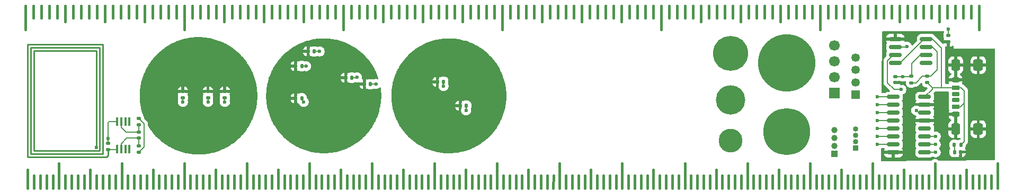
<source format=gtl>
G04 #@! TF.GenerationSoftware,KiCad,Pcbnew,9.0.3*
G04 #@! TF.CreationDate,2025-09-04T21:51:02+02:00*
G04 #@! TF.ProjectId,PCB_RULER_IPRL_2025,5043425f-5255-44c4-9552-5f4950524c5f,rev?*
G04 #@! TF.SameCoordinates,Original*
G04 #@! TF.FileFunction,Copper,L1,Top*
G04 #@! TF.FilePolarity,Positive*
%FSLAX46Y46*%
G04 Gerber Fmt 4.6, Leading zero omitted, Abs format (unit mm)*
G04 Created by KiCad (PCBNEW 9.0.3) date 2025-09-04 21:51:02*
%MOMM*%
%LPD*%
G01*
G04 APERTURE LIST*
G04 Aperture macros list*
%AMRoundRect*
0 Rectangle with rounded corners*
0 $1 Rounding radius*
0 $2 $3 $4 $5 $6 $7 $8 $9 X,Y pos of 4 corners*
0 Add a 4 corners polygon primitive as box body*
4,1,4,$2,$3,$4,$5,$6,$7,$8,$9,$2,$3,0*
0 Add four circle primitives for the rounded corners*
1,1,$1+$1,$2,$3*
1,1,$1+$1,$4,$5*
1,1,$1+$1,$6,$7*
1,1,$1+$1,$8,$9*
0 Add four rect primitives between the rounded corners*
20,1,$1+$1,$2,$3,$4,$5,0*
20,1,$1+$1,$4,$5,$6,$7,0*
20,1,$1+$1,$6,$7,$8,$9,0*
20,1,$1+$1,$8,$9,$2,$3,0*%
G04 Aperture macros list end*
G04 #@! TA.AperFunction,Conductor*
%ADD10C,0.238000*%
G04 #@! TD*
G04 #@! TA.AperFunction,EtchedComponent*
%ADD11C,0.381000*%
G04 #@! TD*
G04 #@! TA.AperFunction,SMDPad,CuDef*
%ADD12RoundRect,0.147500X-0.147500X-0.172500X0.147500X-0.172500X0.147500X0.172500X-0.147500X0.172500X0*%
G04 #@! TD*
G04 #@! TA.AperFunction,SMDPad,CuDef*
%ADD13RoundRect,0.135000X-0.185000X0.135000X-0.185000X-0.135000X0.185000X-0.135000X0.185000X0.135000X0*%
G04 #@! TD*
G04 #@! TA.AperFunction,SMDPad,CuDef*
%ADD14RoundRect,0.175000X0.425000X-0.175000X0.425000X0.175000X-0.425000X0.175000X-0.425000X-0.175000X0*%
G04 #@! TD*
G04 #@! TA.AperFunction,SMDPad,CuDef*
%ADD15RoundRect,0.190000X-0.410000X0.190000X-0.410000X-0.190000X0.410000X-0.190000X0.410000X0.190000X0*%
G04 #@! TD*
G04 #@! TA.AperFunction,SMDPad,CuDef*
%ADD16RoundRect,0.200000X-0.400000X0.200000X-0.400000X-0.200000X0.400000X-0.200000X0.400000X0.200000X0*%
G04 #@! TD*
G04 #@! TA.AperFunction,SMDPad,CuDef*
%ADD17RoundRect,0.175000X-0.425000X0.175000X-0.425000X-0.175000X0.425000X-0.175000X0.425000X0.175000X0*%
G04 #@! TD*
G04 #@! TA.AperFunction,SMDPad,CuDef*
%ADD18RoundRect,0.190000X0.410000X-0.190000X0.410000X0.190000X-0.410000X0.190000X-0.410000X-0.190000X0*%
G04 #@! TD*
G04 #@! TA.AperFunction,SMDPad,CuDef*
%ADD19RoundRect,0.200000X0.400000X-0.200000X0.400000X0.200000X-0.400000X0.200000X-0.400000X-0.200000X0*%
G04 #@! TD*
G04 #@! TA.AperFunction,SMDPad,CuDef*
%ADD20RoundRect,0.250000X0.425000X-0.650000X0.425000X0.650000X-0.425000X0.650000X-0.425000X-0.650000X0*%
G04 #@! TD*
G04 #@! TA.AperFunction,SMDPad,CuDef*
%ADD21RoundRect,0.250000X0.500000X-0.650000X0.500000X0.650000X-0.500000X0.650000X-0.500000X-0.650000X0*%
G04 #@! TD*
G04 #@! TA.AperFunction,ComponentPad*
%ADD22C,5.700000*%
G04 #@! TD*
G04 #@! TA.AperFunction,ConnectorPad*
%ADD23C,9.200000*%
G04 #@! TD*
G04 #@! TA.AperFunction,SMDPad,CuDef*
%ADD24RoundRect,0.150000X-0.850000X-0.150000X0.850000X-0.150000X0.850000X0.150000X-0.850000X0.150000X0*%
G04 #@! TD*
G04 #@! TA.AperFunction,ComponentPad*
%ADD25C,4.700000*%
G04 #@! TD*
G04 #@! TA.AperFunction,ConnectorPad*
%ADD26C,7.500000*%
G04 #@! TD*
G04 #@! TA.AperFunction,SMDPad,CuDef*
%ADD27RoundRect,0.147500X-0.172500X0.147500X-0.172500X-0.147500X0.172500X-0.147500X0.172500X0.147500X0*%
G04 #@! TD*
G04 #@! TA.AperFunction,SMDPad,CuDef*
%ADD28RoundRect,0.135000X0.185000X-0.135000X0.185000X0.135000X-0.185000X0.135000X-0.185000X-0.135000X0*%
G04 #@! TD*
G04 #@! TA.AperFunction,SMDPad,CuDef*
%ADD29RoundRect,0.150000X-0.825000X-0.150000X0.825000X-0.150000X0.825000X0.150000X-0.825000X0.150000X0*%
G04 #@! TD*
G04 #@! TA.AperFunction,SMDPad,CuDef*
%ADD30RoundRect,0.135000X0.135000X0.185000X-0.135000X0.185000X-0.135000X-0.185000X0.135000X-0.185000X0*%
G04 #@! TD*
G04 #@! TA.AperFunction,SMDPad,CuDef*
%ADD31RoundRect,0.147500X0.147500X0.172500X-0.147500X0.172500X-0.147500X-0.172500X0.147500X-0.172500X0*%
G04 #@! TD*
G04 #@! TA.AperFunction,ComponentPad*
%ADD32R,1.000000X1.000000*%
G04 #@! TD*
G04 #@! TA.AperFunction,ComponentPad*
%ADD33C,1.000000*%
G04 #@! TD*
G04 #@! TA.AperFunction,ComponentPad*
%ADD34C,2.600000*%
G04 #@! TD*
G04 #@! TA.AperFunction,ConnectorPad*
%ADD35C,3.800000*%
G04 #@! TD*
G04 #@! TA.AperFunction,ComponentPad*
%ADD36R,1.350000X1.350000*%
G04 #@! TD*
G04 #@! TA.AperFunction,ComponentPad*
%ADD37C,1.350000*%
G04 #@! TD*
G04 #@! TA.AperFunction,SMDPad,CuDef*
%ADD38RoundRect,0.140000X0.170000X-0.140000X0.170000X0.140000X-0.170000X0.140000X-0.170000X-0.140000X0*%
G04 #@! TD*
G04 #@! TA.AperFunction,ComponentPad*
%ADD39C,3.100000*%
G04 #@! TD*
G04 #@! TA.AperFunction,ConnectorPad*
%ADD40C,4.700000*%
G04 #@! TD*
G04 #@! TA.AperFunction,SMDPad,CuDef*
%ADD41R,0.450000X1.425000*%
G04 #@! TD*
G04 #@! TA.AperFunction,SMDPad,CuDef*
%ADD42RoundRect,0.140000X-0.170000X0.140000X-0.170000X-0.140000X0.170000X-0.140000X0.170000X0.140000X0*%
G04 #@! TD*
G04 #@! TA.AperFunction,ComponentPad*
%ADD43R,1.700000X1.700000*%
G04 #@! TD*
G04 #@! TA.AperFunction,ComponentPad*
%ADD44C,1.700000*%
G04 #@! TD*
G04 #@! TA.AperFunction,ComponentPad*
%ADD45R,0.850000X0.850000*%
G04 #@! TD*
G04 #@! TA.AperFunction,ComponentPad*
%ADD46C,0.850000*%
G04 #@! TD*
G04 #@! TA.AperFunction,ComponentPad*
%ADD47C,3.600000*%
G04 #@! TD*
G04 #@! TA.AperFunction,ConnectorPad*
%ADD48C,5.600000*%
G04 #@! TD*
G04 #@! TA.AperFunction,ViaPad*
%ADD49C,0.600000*%
G04 #@! TD*
G04 #@! TA.AperFunction,Conductor*
%ADD50C,0.200000*%
G04 #@! TD*
G04 APERTURE END LIST*
D10*
X73700000Y-92600000D02*
X83700000Y-92600000D01*
X84700000Y-91600000D02*
X84700000Y-109100000D01*
X72700000Y-91600000D02*
X84700000Y-91600000D01*
X73700000Y-108600000D02*
X73700000Y-92600000D01*
X84700000Y-109100000D02*
X73200000Y-109100000D01*
X84200000Y-108600000D02*
X73700000Y-108600000D01*
X73200000Y-109100000D02*
X73200000Y-92100000D01*
X84200000Y-92100000D02*
X84200000Y-108600000D01*
X73200000Y-92100000D02*
X84200000Y-92100000D01*
X83700000Y-92600000D02*
X83700000Y-108100000D01*
X84700000Y-109600000D02*
X72700000Y-109600000D01*
X72700000Y-109600000D02*
X72700000Y-91600000D01*
D11*
X72700000Y-114600000D02*
X72700000Y-111600000D01*
X73699900Y-114600000D02*
X73700400Y-112600000D01*
X74700660Y-114600000D02*
X74700660Y-112600000D01*
X75701420Y-114600000D02*
X75700400Y-112600000D01*
X76699640Y-114600000D02*
X76700400Y-112600000D01*
X77700020Y-114600000D02*
X77700000Y-110600000D01*
X78700780Y-114600000D02*
X78700780Y-112600000D01*
X79699000Y-114600000D02*
X79700000Y-112600000D01*
X80699760Y-114600000D02*
X80699760Y-112600000D01*
X81700520Y-114600000D02*
X81700520Y-112600000D01*
X82698740Y-114600000D02*
X82698740Y-111600000D01*
X83699500Y-114600000D02*
X83700000Y-112600000D01*
X84700260Y-114600000D02*
X84700260Y-112600000D01*
X85701020Y-114600000D02*
X85700000Y-112600000D01*
X86699240Y-114600000D02*
X86700000Y-112600000D01*
X87700020Y-114600000D02*
X87700000Y-110600000D01*
X88700780Y-114600000D02*
X88700780Y-112600000D01*
X89699000Y-114600000D02*
X89700000Y-112600000D01*
X90699760Y-114600000D02*
X90699760Y-112600000D01*
X91700520Y-114600000D02*
X91700520Y-112600000D01*
X92698740Y-114600000D02*
X92698740Y-111600000D01*
X93699500Y-114600000D02*
X93700000Y-112600000D01*
X94700260Y-114600000D02*
X94700260Y-112600000D01*
X95701020Y-114600000D02*
X95700000Y-112600000D01*
X96699240Y-114600000D02*
X96700000Y-112600000D01*
X97700020Y-114600000D02*
X97700000Y-110600000D01*
X98700780Y-114600000D02*
X98700780Y-112600000D01*
X99699000Y-114600000D02*
X99700000Y-112600000D01*
X100699760Y-114600000D02*
X100699760Y-112600000D01*
X101700520Y-114600000D02*
X101700520Y-112600000D01*
X102698740Y-114600000D02*
X102698740Y-111600000D01*
X103699500Y-114600000D02*
X103700000Y-112600000D01*
X104700260Y-114600000D02*
X104700260Y-112600000D01*
X105701020Y-114600000D02*
X105700000Y-112600000D01*
X106699240Y-114600000D02*
X106700000Y-112600000D01*
X107700020Y-114600000D02*
X107700000Y-110600000D01*
X108700780Y-114600000D02*
X108700780Y-112600000D01*
X109699000Y-114600000D02*
X109700000Y-112600000D01*
X110699760Y-114600000D02*
X110699760Y-112600000D01*
X111700520Y-114600000D02*
X111700520Y-112600000D01*
X112698740Y-114600000D02*
X112698740Y-111600000D01*
X113699500Y-114600000D02*
X113700000Y-112600000D01*
X114700260Y-114600000D02*
X114700260Y-112600000D01*
X115701020Y-114600000D02*
X115700000Y-112600000D01*
X116699240Y-114600000D02*
X116700000Y-112600000D01*
X117700020Y-114600000D02*
X117700000Y-110600000D01*
X118700780Y-114600000D02*
X118700780Y-112600000D01*
X119699000Y-114600000D02*
X119700000Y-112600000D01*
X120699760Y-114600000D02*
X120699760Y-112600000D01*
X121700520Y-114600000D02*
X121700520Y-112600000D01*
X122698740Y-114600000D02*
X122698740Y-111600000D01*
X123699500Y-114600000D02*
X123700000Y-112600000D01*
X124700260Y-114600000D02*
X124700260Y-112600000D01*
X125701020Y-114600000D02*
X125700000Y-112600000D01*
X126699240Y-114600000D02*
X126700000Y-112600000D01*
X127700020Y-114600000D02*
X127700000Y-110600000D01*
X128700780Y-114600000D02*
X128700780Y-112600000D01*
X129699000Y-114600000D02*
X129700000Y-112600000D01*
X130699760Y-114600000D02*
X130699760Y-112600000D01*
X131700520Y-114600000D02*
X131700520Y-112600000D01*
X132698740Y-114600000D02*
X132698740Y-111600000D01*
X133699500Y-114600000D02*
X133700000Y-112600000D01*
X134700260Y-114600000D02*
X134700260Y-112600000D01*
X135701020Y-114600000D02*
X135700000Y-112600000D01*
X136699240Y-114600000D02*
X136700000Y-112600000D01*
X137700020Y-114600000D02*
X137700000Y-110600000D01*
X138700780Y-114600000D02*
X138700780Y-112600000D01*
X139699000Y-114600000D02*
X139700000Y-112600000D01*
X140699760Y-114600000D02*
X140699760Y-112600000D01*
X141700520Y-114600000D02*
X141700520Y-112600000D01*
X142698740Y-114600000D02*
X142698740Y-111600000D01*
X143699500Y-114600000D02*
X143700000Y-112600000D01*
X144700260Y-114600000D02*
X144700260Y-112600000D01*
X145701020Y-114600000D02*
X145700000Y-112600000D01*
X146699240Y-114600000D02*
X146700000Y-112600000D01*
X147700020Y-114600000D02*
X147700000Y-110600000D01*
X148700780Y-114600000D02*
X148700780Y-112600000D01*
X149699000Y-114600000D02*
X149700000Y-112600000D01*
X150699760Y-114600000D02*
X150699760Y-112600000D01*
X151700520Y-114600000D02*
X151700520Y-112600000D01*
X152698740Y-114600000D02*
X152698740Y-111600000D01*
X153699500Y-114600000D02*
X153700000Y-112600000D01*
X154700260Y-114600000D02*
X154700260Y-112600000D01*
X155701020Y-114600000D02*
X155700000Y-112600000D01*
X156699240Y-114600000D02*
X156700000Y-112600000D01*
X157700020Y-114600000D02*
X157700000Y-110600000D01*
X158700780Y-114600000D02*
X158700780Y-112600000D01*
X159699000Y-114600000D02*
X159700000Y-112600000D01*
X160699760Y-114600000D02*
X160699760Y-112600000D01*
X161700520Y-114600000D02*
X161700520Y-112600000D01*
X162698740Y-114600000D02*
X162698740Y-111600000D01*
X163699500Y-114600000D02*
X163700000Y-112600000D01*
X164700260Y-114600000D02*
X164700260Y-112600000D01*
X165701020Y-114600000D02*
X165700000Y-112600000D01*
X166699240Y-114600000D02*
X166700000Y-112600000D01*
X167700020Y-114600000D02*
X167700000Y-110600000D01*
X168700780Y-114600000D02*
X168700780Y-112600000D01*
X169699000Y-114600000D02*
X169700000Y-112600000D01*
X170699760Y-114600000D02*
X170699760Y-112600000D01*
X171700520Y-114600000D02*
X171700520Y-112600000D01*
X172698740Y-114600000D02*
X172698740Y-111600000D01*
X173699500Y-114600000D02*
X173700000Y-112600000D01*
X174700260Y-114600000D02*
X174700260Y-112600000D01*
X175701020Y-114600000D02*
X175700000Y-112600000D01*
X176699240Y-114600000D02*
X176700000Y-112600000D01*
X177700020Y-114600000D02*
X177700000Y-110600000D01*
X178700780Y-114600000D02*
X178700780Y-112600000D01*
X179699000Y-114600000D02*
X179700000Y-112600000D01*
X180699760Y-114600000D02*
X180699760Y-112600000D01*
X181700520Y-114600000D02*
X181700520Y-112600000D01*
X182698740Y-114600000D02*
X182698740Y-111600000D01*
X183699500Y-114600000D02*
X183700000Y-112600000D01*
X184700260Y-114600000D02*
X184700260Y-112600000D01*
X185701020Y-114600000D02*
X185700000Y-112600000D01*
X186699240Y-114600000D02*
X186700000Y-112600000D01*
X187700020Y-114600000D02*
X187700000Y-110600000D01*
X188700780Y-114600000D02*
X188700780Y-112600000D01*
X189699000Y-114600000D02*
X189700000Y-112600000D01*
X190699760Y-114600000D02*
X190699760Y-112600000D01*
X191700520Y-114600000D02*
X191700520Y-112600000D01*
X192698740Y-114600000D02*
X192698740Y-111600000D01*
X193699500Y-114600000D02*
X193700000Y-112600000D01*
X194700260Y-114600000D02*
X194700260Y-112600000D01*
X195701020Y-114600000D02*
X195700000Y-112600000D01*
X196699240Y-114600000D02*
X196700000Y-112600000D01*
X197700020Y-114600000D02*
X197700000Y-110600000D01*
X198700780Y-114600000D02*
X198700780Y-112600000D01*
X199699000Y-114600000D02*
X199700000Y-112600000D01*
X200699760Y-114600000D02*
X200699760Y-112600000D01*
X201700520Y-114600000D02*
X201700520Y-112600000D01*
X202698740Y-114600000D02*
X202698740Y-111600000D01*
X203699500Y-114600000D02*
X203700000Y-112600000D01*
X204700260Y-114600000D02*
X204700260Y-112600000D01*
X205701020Y-114600000D02*
X205700000Y-112600000D01*
X206699240Y-114600000D02*
X206700000Y-112600000D01*
X207700020Y-114600000D02*
X207700000Y-110600000D01*
X208700780Y-114600000D02*
X208700780Y-112600000D01*
X209699000Y-114600000D02*
X209700000Y-112600000D01*
X210699760Y-114600000D02*
X210699760Y-112600000D01*
X211700520Y-114600000D02*
X211700520Y-112600000D01*
X212698740Y-114600000D02*
X212698740Y-111600000D01*
X213699500Y-114600000D02*
X213700000Y-112600000D01*
X214700260Y-114600000D02*
X214700260Y-112600000D01*
X215701020Y-114600000D02*
X215700000Y-112600000D01*
X216699240Y-114600000D02*
X216700000Y-112600000D01*
X217700020Y-114600000D02*
X217700000Y-110600000D01*
X218700780Y-114600000D02*
X218700780Y-112600000D01*
X219699000Y-114600000D02*
X219700000Y-112600000D01*
X220699760Y-114600000D02*
X220699760Y-112600000D01*
X221700520Y-114600000D02*
X221700520Y-112600000D01*
X222698740Y-114600000D02*
X222698740Y-111600000D01*
X223699500Y-114600000D02*
X223700000Y-112600000D01*
X224700260Y-114600000D02*
X224700260Y-112600000D01*
X225701020Y-114600000D02*
X225700000Y-112600000D01*
X226699240Y-114600000D02*
X226700000Y-112600000D01*
X227700000Y-114600000D02*
X227700000Y-110600000D01*
X72350000Y-85400000D02*
X72350000Y-89210000D01*
X73620000Y-85400000D02*
X73620000Y-87305000D01*
X74890000Y-87305000D02*
X74890000Y-85400000D01*
X76160000Y-87305000D02*
X76160000Y-85400000D01*
X77430000Y-87305000D02*
X77430000Y-85400000D01*
X78700000Y-85400000D02*
X78700000Y-87940000D01*
X79970000Y-85400000D02*
X79970000Y-87305000D01*
X81240000Y-87305000D02*
X81240000Y-85400000D01*
X82510000Y-87305000D02*
X82510000Y-85400000D01*
X83780000Y-87305000D02*
X83780000Y-85400000D01*
X85050000Y-85400000D02*
X85050000Y-87940000D01*
X86320000Y-85400000D02*
X86320000Y-87305000D01*
X87590000Y-87305000D02*
X87590000Y-85400000D01*
X88860000Y-87305000D02*
X88860000Y-85400000D01*
X90130000Y-87305000D02*
X90130000Y-85400000D01*
X91400000Y-85400000D02*
X91400000Y-87940000D01*
X92670000Y-85400000D02*
X92670000Y-87305000D01*
X93940000Y-87305000D02*
X93940000Y-85400000D01*
X95210000Y-87305000D02*
X95210000Y-85400000D01*
X96480000Y-87305000D02*
X96480000Y-85400000D01*
X97750000Y-85400000D02*
X97750000Y-89210000D01*
X99020000Y-85400000D02*
X99020000Y-87305000D01*
X100290000Y-87305000D02*
X100290000Y-85400000D01*
X101560000Y-87305000D02*
X101560000Y-85400000D01*
X102830000Y-87305000D02*
X102830000Y-85400000D01*
X104100000Y-85400000D02*
X104100000Y-87940000D01*
X105370000Y-85400000D02*
X105370000Y-87305000D01*
X106640000Y-87305000D02*
X106640000Y-85400000D01*
X107910000Y-87305000D02*
X107910000Y-85400000D01*
X109180000Y-87305000D02*
X109180000Y-85400000D01*
X110450000Y-85400000D02*
X110450000Y-87940000D01*
X111720000Y-85400000D02*
X111720000Y-87305000D01*
X112990000Y-87305000D02*
X112990000Y-85400000D01*
X114260000Y-87305000D02*
X114260000Y-85400000D01*
X115530000Y-87305000D02*
X115530000Y-85400000D01*
X116800000Y-85400000D02*
X116800000Y-87940000D01*
X118070000Y-85400000D02*
X118070000Y-87305000D01*
X119340000Y-87305000D02*
X119340000Y-85400000D01*
X120610000Y-87305000D02*
X120610000Y-85400000D01*
X121880000Y-87305000D02*
X121880000Y-85400000D01*
X123150000Y-85400000D02*
X123150000Y-89210000D01*
X124420000Y-85400000D02*
X124420000Y-87305000D01*
X125690000Y-87305000D02*
X125690000Y-85400000D01*
X126960000Y-87305000D02*
X126960000Y-85400000D01*
X128230000Y-87305000D02*
X128230000Y-85400000D01*
X129500000Y-85400000D02*
X129500000Y-87940000D01*
X130770000Y-85400000D02*
X130770000Y-87305000D01*
X132040000Y-87305000D02*
X132040000Y-85400000D01*
X133310000Y-87305000D02*
X133310000Y-85400000D01*
X134580000Y-87305000D02*
X134580000Y-85400000D01*
X135850000Y-85400000D02*
X135850000Y-87940000D01*
X137120000Y-85400000D02*
X137120000Y-87305000D01*
X138390000Y-87305000D02*
X138390000Y-85400000D01*
X139660000Y-87305000D02*
X139660000Y-85400000D01*
X140930000Y-87305000D02*
X140930000Y-85400000D01*
X142200000Y-85400000D02*
X142200000Y-87940000D01*
X143470000Y-85400000D02*
X143470000Y-87305000D01*
X144740000Y-87305000D02*
X144740000Y-85400000D01*
X146010000Y-87305000D02*
X146010000Y-85400000D01*
X147280000Y-87305000D02*
X147280000Y-85400000D01*
X148550000Y-85400000D02*
X148550000Y-89210000D01*
X149820000Y-85400000D02*
X149820000Y-87305000D01*
X151090000Y-87305000D02*
X151090000Y-85400000D01*
X152360000Y-87305000D02*
X152360000Y-85400000D01*
X153630000Y-87305000D02*
X153630000Y-85400000D01*
X154900000Y-85400000D02*
X154900000Y-87940000D01*
X156170000Y-85400000D02*
X156170000Y-87305000D01*
X157440000Y-87305000D02*
X157440000Y-85400000D01*
X158710000Y-87305000D02*
X158710000Y-85400000D01*
X159980000Y-87305000D02*
X159980000Y-85400000D01*
X161250000Y-85400000D02*
X161250000Y-87940000D01*
X162520000Y-85400000D02*
X162520000Y-87305000D01*
X163790000Y-87305000D02*
X163790000Y-85400000D01*
X165060000Y-87305000D02*
X165060000Y-85400000D01*
X166330000Y-87305000D02*
X166330000Y-85400000D01*
X167600000Y-85400000D02*
X167600000Y-87940000D01*
X168870000Y-85400000D02*
X168870000Y-87305000D01*
X170140000Y-87305000D02*
X170140000Y-85400000D01*
X171410000Y-87305000D02*
X171410000Y-85400000D01*
X172680000Y-87305000D02*
X172680000Y-85400000D01*
X173950000Y-85400000D02*
X173950000Y-89210000D01*
X175220000Y-85400000D02*
X175220000Y-87305000D01*
X176490000Y-87305000D02*
X176490000Y-85400000D01*
X177760000Y-87305000D02*
X177760000Y-85400000D01*
X179030000Y-87305000D02*
X179030000Y-85400000D01*
X180300000Y-85400000D02*
X180300000Y-87940000D01*
X181570000Y-85400000D02*
X181570000Y-87305000D01*
X182840000Y-87305000D02*
X182840000Y-85400000D01*
X184110000Y-87305000D02*
X184110000Y-85400000D01*
X185380000Y-87305000D02*
X185380000Y-85400000D01*
X186650000Y-85400000D02*
X186650000Y-87940000D01*
X187920000Y-85400000D02*
X187920000Y-87305000D01*
X189190000Y-87305000D02*
X189190000Y-85400000D01*
X190460000Y-87305000D02*
X190460000Y-85400000D01*
X191730000Y-87305000D02*
X191730000Y-85400000D01*
X193000000Y-85400000D02*
X193000000Y-87940000D01*
X194270000Y-85400000D02*
X194270000Y-87305000D01*
X195540000Y-87305000D02*
X195540000Y-85400000D01*
X196810000Y-87305000D02*
X196810000Y-85400000D01*
X198080000Y-87305000D02*
X198080000Y-85400000D01*
X199350000Y-85400000D02*
X199350000Y-89210000D01*
X200620000Y-85400000D02*
X200620000Y-87305000D01*
X201890000Y-87305000D02*
X201890000Y-85400000D01*
X203160000Y-87305000D02*
X203160000Y-85400000D01*
X204430000Y-87305000D02*
X204430000Y-85400000D01*
X205700000Y-85400000D02*
X205700000Y-87940000D01*
X206970000Y-85400000D02*
X206970000Y-87305000D01*
X208240000Y-87305000D02*
X208240000Y-85400000D01*
X209510000Y-87305000D02*
X209510000Y-85400000D01*
X210780000Y-87305000D02*
X210780000Y-85400000D01*
X212050000Y-85400000D02*
X212050000Y-87940000D01*
X213320000Y-85400000D02*
X213320000Y-87305000D01*
X214590000Y-87305000D02*
X214590000Y-85400000D01*
X215860000Y-87305000D02*
X215860000Y-85400000D01*
X217130000Y-87305000D02*
X217130000Y-85400000D01*
X218400000Y-85400000D02*
X218400000Y-87940000D01*
X219670000Y-85400000D02*
X219670000Y-87305000D01*
X220940000Y-87305000D02*
X220940000Y-85400000D01*
X222210000Y-87305000D02*
X222210000Y-85400000D01*
X223480000Y-87305000D02*
X223480000Y-85400000D01*
X224750000Y-85400000D02*
X224750000Y-89210000D01*
D12*
X115515000Y-100200000D03*
X116485000Y-100200000D03*
D13*
X213900000Y-96690000D03*
X213900000Y-97710000D03*
D14*
X220967500Y-100500000D03*
D15*
X220967500Y-98480000D03*
D16*
X220967500Y-97250000D03*
D17*
X220967500Y-99500000D03*
D18*
X220967500Y-101520000D03*
D19*
X220967500Y-102750000D03*
D20*
X221022500Y-105125000D03*
D21*
X224602500Y-105125000D03*
D20*
X221022500Y-94875000D03*
D21*
X224602500Y-94875000D03*
D22*
X194000000Y-94500000D03*
D23*
X194000000Y-94500000D03*
D24*
X211050000Y-99960000D03*
X211050000Y-101230000D03*
X211050000Y-102500000D03*
X211050000Y-103770000D03*
X211050000Y-105040000D03*
X211050000Y-106310000D03*
X211050000Y-107580000D03*
X211050000Y-108850000D03*
X216050000Y-108850000D03*
X216050000Y-107580000D03*
X216050000Y-106310000D03*
X216050000Y-105040000D03*
X216050000Y-103770000D03*
X216050000Y-102500000D03*
X216050000Y-101230000D03*
X216050000Y-99960000D03*
D12*
X126515000Y-97950000D03*
X127485000Y-97950000D03*
D25*
X194000000Y-105500000D03*
D26*
X194000000Y-105500000D03*
D27*
X90467750Y-107865000D03*
X90467750Y-108835000D03*
D28*
X219850000Y-91160000D03*
X219850000Y-90140000D03*
D29*
X211350000Y-90700000D03*
X211350000Y-91970000D03*
X211350000Y-93240000D03*
X211350000Y-94510000D03*
X216300000Y-94510000D03*
X216300000Y-93240000D03*
X216300000Y-91970000D03*
X216300000Y-90700000D03*
D30*
X221810000Y-107650000D03*
X220790000Y-107650000D03*
D13*
X216450000Y-96640000D03*
X216450000Y-97660000D03*
D27*
X97500000Y-99115000D03*
X97500000Y-100085000D03*
D31*
X221785000Y-108800000D03*
X220815000Y-108800000D03*
D32*
X201600000Y-109100000D03*
D33*
X201600000Y-107830000D03*
X201600000Y-106560000D03*
X201600000Y-105290000D03*
D12*
X123515000Y-96900000D03*
X124485000Y-96900000D03*
D27*
X104200000Y-99115000D03*
X104200000Y-100085000D03*
D34*
X185000000Y-107000000D03*
D35*
X185000000Y-107000000D03*
D12*
X138165000Y-97550000D03*
X139135000Y-97550000D03*
D36*
X205000000Y-99650000D03*
D37*
X205000000Y-97650000D03*
X205000000Y-95650000D03*
X205000000Y-93650000D03*
D38*
X85550000Y-108380000D03*
X85550000Y-107420000D03*
D39*
X185000000Y-100500000D03*
D40*
X185000000Y-100500000D03*
D27*
X101500000Y-99115000D03*
X101500000Y-100085000D03*
D41*
X86992750Y-108362000D03*
X87642750Y-108362000D03*
X88292750Y-108362000D03*
X88942750Y-108362000D03*
X88942750Y-103938000D03*
X88292750Y-103938000D03*
X87642750Y-103938000D03*
X86992750Y-103938000D03*
D12*
X115515000Y-95050000D03*
X116485000Y-95050000D03*
D13*
X90467750Y-103440000D03*
X90467750Y-104460000D03*
D12*
X117515000Y-92700000D03*
X118485000Y-92700000D03*
D42*
X211350000Y-96720000D03*
X211350000Y-97680000D03*
D43*
X201600000Y-99400000D03*
D44*
X201600000Y-96860000D03*
X201600000Y-94320000D03*
X201600000Y-91780000D03*
D12*
X141815000Y-101400000D03*
X142785000Y-101400000D03*
D38*
X90467750Y-106560000D03*
X90467750Y-105600000D03*
D45*
X205000000Y-108150000D03*
D46*
X205000000Y-107150000D03*
X205000000Y-106150000D03*
X205000000Y-105150000D03*
D47*
X185000000Y-93000000D03*
D48*
X185000000Y-93000000D03*
D49*
X212550000Y-96720000D03*
X213200000Y-91950000D03*
X212400000Y-97800000D03*
X212400000Y-97800000D03*
X215050000Y-98650000D03*
X217800000Y-107580000D03*
X101500000Y-100800000D03*
X108150000Y-96000000D03*
X131700000Y-97150000D03*
X127950000Y-96200000D03*
X112150000Y-96000000D03*
X146700000Y-94400000D03*
X219850000Y-89100000D03*
X217800000Y-106310000D03*
X97500000Y-100800000D03*
X208500000Y-103770000D03*
X125300000Y-96850000D03*
X139150000Y-98250000D03*
X208500000Y-101250000D03*
X208500000Y-105040000D03*
X119350000Y-92700000D03*
X208500000Y-107580000D03*
X116800000Y-100800000D03*
X208500000Y-106310000D03*
X117200000Y-95050000D03*
X104200000Y-100800000D03*
X217800000Y-108850000D03*
X128350000Y-97900000D03*
X208500000Y-102500000D03*
X142750000Y-102150000D03*
X208500000Y-99950000D03*
X85550000Y-106650000D03*
X83700000Y-108100000D03*
X214700000Y-102150000D03*
X212300000Y-98800000D03*
D50*
X211350000Y-91970000D02*
X213180000Y-91970000D01*
X216300000Y-93240000D02*
X215325001Y-93240000D01*
X213720000Y-96720000D02*
X212550000Y-96720000D01*
X213180000Y-91970000D02*
X213200000Y-91950000D01*
X211350000Y-96720000D02*
X212550000Y-96720000D01*
X213950000Y-94615001D02*
X213950000Y-96490000D01*
X215325001Y-93240000D02*
X213950000Y-94615001D01*
X213950000Y-96490000D02*
X213720000Y-96720000D01*
X211350000Y-97680000D02*
X212280000Y-97680000D01*
X212280000Y-97680000D02*
X212400000Y-97800000D01*
X217800000Y-107580000D02*
X216050000Y-107580000D01*
X101500000Y-100962500D02*
X101500000Y-100097500D01*
X219850000Y-90140000D02*
X219850000Y-89100000D01*
X97500000Y-100085000D02*
X97500000Y-100750000D01*
X217800000Y-106310000D02*
X216050000Y-106310000D01*
X125250000Y-96900000D02*
X125300000Y-96850000D01*
X124485000Y-96900000D02*
X125250000Y-96900000D01*
X208500000Y-103770000D02*
X211050000Y-103770000D01*
X208500000Y-101250000D02*
X208520000Y-101230000D01*
X139135000Y-98235000D02*
X139150000Y-98250000D01*
X139135000Y-97550000D02*
X139135000Y-98235000D01*
X208520000Y-101230000D02*
X211050000Y-101230000D01*
X118485000Y-92700000D02*
X119350000Y-92700000D01*
X208500000Y-105040000D02*
X211050000Y-105040000D01*
X116485000Y-100485000D02*
X116800000Y-100800000D01*
X116485000Y-100200000D02*
X116485000Y-100485000D01*
X208500000Y-107580000D02*
X211050000Y-107580000D01*
X116485000Y-95050000D02*
X117200000Y-95050000D01*
X208500000Y-106310000D02*
X211050000Y-106310000D01*
X104200000Y-100950000D02*
X104200000Y-100135000D01*
X216050000Y-108850000D02*
X217800000Y-108850000D01*
X128300000Y-97950000D02*
X128350000Y-97900000D01*
X211050000Y-102500000D02*
X208500000Y-102500000D01*
X127485000Y-97950000D02*
X128300000Y-97950000D01*
X142785000Y-102115000D02*
X142750000Y-102150000D01*
X211050000Y-99960000D02*
X208510000Y-99960000D01*
X208510000Y-99960000D02*
X208500000Y-99950000D01*
X142785000Y-101400000D02*
X142785000Y-102115000D01*
X85550000Y-104050000D02*
X85700000Y-103900000D01*
X86954750Y-103900000D02*
X86992750Y-103938000D01*
D10*
X85550000Y-109350000D02*
X85550000Y-108380000D01*
X85300000Y-109600000D02*
X85550000Y-109350000D01*
D50*
X85550000Y-106650000D02*
X85550000Y-107420000D01*
X85700000Y-103900000D02*
X86954750Y-103900000D01*
D10*
X84700000Y-109600000D02*
X85300000Y-109600000D01*
D50*
X85550000Y-106650000D02*
X85550000Y-104050000D01*
X85550000Y-108380000D02*
X86974750Y-108380000D01*
X86974750Y-108380000D02*
X86992750Y-108362000D01*
X88532250Y-106560000D02*
X90467750Y-106560000D01*
X90467750Y-106560000D02*
X90467750Y-107865000D01*
X87642750Y-108362000D02*
X87642750Y-107449500D01*
X87642750Y-107449500D02*
X88532250Y-106560000D01*
X216300000Y-90700000D02*
X217274999Y-90700000D01*
X218700000Y-92125001D02*
X218700000Y-98480000D01*
X211350000Y-94510000D02*
X212143032Y-94510000D01*
X222350000Y-99000000D02*
X222350000Y-100950000D01*
X220967500Y-98480000D02*
X221830000Y-98480000D01*
X222350000Y-107110000D02*
X221810000Y-107650000D01*
X215953032Y-90700000D02*
X216300000Y-90700000D01*
X216050000Y-99960000D02*
X217270000Y-98740000D01*
X220967500Y-101520000D02*
X221780000Y-101520000D01*
X221780000Y-101520000D02*
X222350000Y-100950000D01*
X212143032Y-94510000D02*
X215953032Y-90700000D01*
X217270000Y-98740000D02*
X217270000Y-98480000D01*
X216450000Y-97660000D02*
X217270000Y-98480000D01*
X221830000Y-98480000D02*
X222350000Y-99000000D01*
X222350000Y-100950000D02*
X222350000Y-107110000D01*
X218700000Y-98480000D02*
X220967500Y-98480000D01*
X217274999Y-90700000D02*
X218700000Y-92125001D01*
X217270000Y-98480000D02*
X218700000Y-98480000D01*
X216450000Y-96640000D02*
X217060000Y-96640000D01*
X213750000Y-97710000D02*
X214640000Y-97710000D01*
X218050000Y-95650000D02*
X218050000Y-92745001D01*
X217274999Y-91970000D02*
X216300000Y-91970000D01*
X218050000Y-92745001D02*
X217274999Y-91970000D01*
X217060000Y-96640000D02*
X218050000Y-95650000D01*
X214640000Y-97710000D02*
X215710000Y-96640000D01*
X215710000Y-96640000D02*
X216450000Y-96640000D01*
X211003032Y-93240000D02*
X211350000Y-93240000D01*
X212300000Y-98800000D02*
X211150000Y-98800000D01*
X210074000Y-94169032D02*
X211003032Y-93240000D01*
X215050001Y-102500000D02*
X214700000Y-102150000D01*
X211150000Y-98800000D02*
X210074000Y-97724000D01*
X210074000Y-97724000D02*
X210074000Y-94169032D01*
X216050000Y-102500000D02*
X215050001Y-102500000D01*
X88392250Y-105600000D02*
X90467750Y-105600000D01*
X87642750Y-104850500D02*
X88392250Y-105600000D01*
X90467750Y-105600000D02*
X90467750Y-104460000D01*
X89440000Y-105590000D02*
X89450000Y-105600000D01*
X87642750Y-103938000D02*
X87642750Y-104850500D01*
X90467750Y-103440000D02*
X91300000Y-104272250D01*
X91300000Y-108002750D02*
X90467750Y-108835000D01*
X91300000Y-104272250D02*
X91300000Y-108002750D01*
X220815000Y-107675000D02*
X220790000Y-107650000D01*
X220815000Y-108800000D02*
X220815000Y-107675000D01*
G04 #@! TA.AperFunction,Conductor*
G36*
X100204292Y-90401743D02*
G01*
X100207794Y-90401820D01*
X100478776Y-90411724D01*
X100482313Y-90411904D01*
X100752922Y-90429723D01*
X100756416Y-90430005D01*
X101026365Y-90455722D01*
X101029902Y-90456111D01*
X101299011Y-90489708D01*
X101302489Y-90490194D01*
X101570468Y-90531635D01*
X101573974Y-90532230D01*
X101840587Y-90581476D01*
X101844127Y-90582183D01*
X102109182Y-90639198D01*
X102112696Y-90640008D01*
X102375965Y-90704741D01*
X102379387Y-90705635D01*
X102640722Y-90778052D01*
X102644151Y-90779056D01*
X102903199Y-90859061D01*
X102906573Y-90860156D01*
X103163262Y-90947727D01*
X103166585Y-90948915D01*
X103420538Y-91043924D01*
X103423870Y-91045227D01*
X103545480Y-91094820D01*
X103674896Y-91147597D01*
X103678231Y-91149014D01*
X103926157Y-91258675D01*
X103929444Y-91260187D01*
X104174079Y-91377054D01*
X104177289Y-91378646D01*
X104294544Y-91438931D01*
X104418373Y-91502596D01*
X104421571Y-91504299D01*
X104658968Y-91635261D01*
X104662115Y-91637058D01*
X104895549Y-91774880D01*
X104898642Y-91776768D01*
X105127931Y-91921341D01*
X105130959Y-91923312D01*
X105355993Y-92074569D01*
X105358899Y-92076584D01*
X105579449Y-92234373D01*
X105582321Y-92236493D01*
X105798147Y-92400646D01*
X105800925Y-92402824D01*
X106011827Y-92573183D01*
X106014607Y-92575496D01*
X106220454Y-92751957D01*
X106223154Y-92754342D01*
X106423733Y-92936722D01*
X106426378Y-92939198D01*
X106621522Y-93127341D01*
X106624094Y-93129894D01*
X106813674Y-93323675D01*
X106816170Y-93326302D01*
X106999993Y-93525525D01*
X107002411Y-93528224D01*
X107180368Y-93732772D01*
X107182706Y-93735540D01*
X107354569Y-93945151D01*
X107356807Y-93947962D01*
X107522545Y-94162600D01*
X107524686Y-94165460D01*
X107602863Y-94273062D01*
X107684018Y-94384761D01*
X107686093Y-94387707D01*
X107762158Y-94499106D01*
X107838981Y-94611617D01*
X107840980Y-94614639D01*
X107987219Y-94842857D01*
X107989130Y-94845936D01*
X108128679Y-95078398D01*
X108130498Y-95081532D01*
X108263161Y-95317913D01*
X108264888Y-95321099D01*
X108390601Y-95561281D01*
X108392235Y-95564515D01*
X108510875Y-95808265D01*
X108512413Y-95811546D01*
X108623896Y-96058696D01*
X108625324Y-96061989D01*
X108729514Y-96312234D01*
X108730858Y-96315599D01*
X108827706Y-96568814D01*
X108828951Y-96572218D01*
X108918348Y-96828130D01*
X108919493Y-96831568D01*
X109001375Y-97089986D01*
X109002419Y-97093456D01*
X109076724Y-97354186D01*
X109077666Y-97357685D01*
X109144314Y-97620447D01*
X109145153Y-97623972D01*
X109204089Y-97888544D01*
X109204826Y-97892092D01*
X109256017Y-98158329D01*
X109256649Y-98161897D01*
X109300037Y-98429507D01*
X109300564Y-98433092D01*
X109336107Y-98701806D01*
X109336530Y-98705405D01*
X109364212Y-98975096D01*
X109364529Y-98978706D01*
X109384316Y-99249053D01*
X109384528Y-99252670D01*
X109396408Y-99523503D01*
X109396514Y-99527125D01*
X109400475Y-99798188D01*
X109400475Y-99801812D01*
X109396514Y-100072874D01*
X109396408Y-100076496D01*
X109384528Y-100347329D01*
X109384316Y-100350946D01*
X109364529Y-100621293D01*
X109364212Y-100624903D01*
X109336530Y-100894594D01*
X109336107Y-100898193D01*
X109300564Y-101166907D01*
X109300037Y-101170492D01*
X109256649Y-101438102D01*
X109256017Y-101441670D01*
X109204826Y-101707907D01*
X109204089Y-101711455D01*
X109145153Y-101976027D01*
X109144314Y-101979552D01*
X109077666Y-102242314D01*
X109076724Y-102245813D01*
X109002419Y-102506543D01*
X109001375Y-102510013D01*
X108919493Y-102768431D01*
X108918348Y-102771869D01*
X108828951Y-103027781D01*
X108827706Y-103031185D01*
X108730858Y-103284400D01*
X108729514Y-103287765D01*
X108625324Y-103538010D01*
X108623883Y-103541335D01*
X108512413Y-103788453D01*
X108510875Y-103791734D01*
X108392235Y-104035484D01*
X108390601Y-104038718D01*
X108264888Y-104278900D01*
X108263161Y-104282086D01*
X108130498Y-104518467D01*
X108128679Y-104521601D01*
X107989130Y-104754063D01*
X107987219Y-104757142D01*
X107840980Y-104985360D01*
X107838981Y-104988382D01*
X107686105Y-105212276D01*
X107684018Y-105215238D01*
X107524689Y-105434535D01*
X107522517Y-105437436D01*
X107356826Y-105652013D01*
X107354569Y-105654848D01*
X107182706Y-105864459D01*
X107180368Y-105867227D01*
X107002411Y-106071775D01*
X106999993Y-106074474D01*
X106816170Y-106273697D01*
X106813674Y-106276324D01*
X106624094Y-106470105D01*
X106621522Y-106472658D01*
X106426378Y-106660801D01*
X106423733Y-106663277D01*
X106223154Y-106845657D01*
X106220438Y-106848056D01*
X106014613Y-107024498D01*
X106011827Y-107026816D01*
X105800957Y-107197150D01*
X105798105Y-107199386D01*
X105582332Y-107363498D01*
X105579417Y-107365649D01*
X105358951Y-107523379D01*
X105355973Y-107525444D01*
X105130968Y-107676681D01*
X105127931Y-107678658D01*
X104898642Y-107823231D01*
X104895549Y-107825119D01*
X104662115Y-107962941D01*
X104658968Y-107964738D01*
X104421571Y-108095700D01*
X104418373Y-108097403D01*
X104177307Y-108221344D01*
X104174060Y-108222954D01*
X103929449Y-108339810D01*
X103926157Y-108341324D01*
X103678231Y-108450985D01*
X103674896Y-108452402D01*
X103423891Y-108554764D01*
X103420517Y-108556083D01*
X103166631Y-108651067D01*
X103163218Y-108652288D01*
X102906608Y-108739831D01*
X102903162Y-108740950D01*
X102644176Y-108820935D01*
X102640698Y-108821954D01*
X102379436Y-108894351D01*
X102375930Y-108895267D01*
X102112696Y-108959991D01*
X102109165Y-108960805D01*
X101844133Y-109017814D01*
X101840580Y-109018524D01*
X101574002Y-109067764D01*
X101570430Y-109068370D01*
X101302550Y-109109796D01*
X101298960Y-109110298D01*
X101029934Y-109143884D01*
X101026333Y-109144280D01*
X100756475Y-109169989D01*
X100752862Y-109170280D01*
X100482354Y-109188092D01*
X100478736Y-109188277D01*
X100207855Y-109198177D01*
X100204232Y-109198257D01*
X99933114Y-109200237D01*
X99929490Y-109200210D01*
X99658497Y-109194269D01*
X99654876Y-109194137D01*
X99384135Y-109180279D01*
X99380519Y-109180041D01*
X99110290Y-109158277D01*
X99106683Y-109157933D01*
X98837233Y-109128285D01*
X98833637Y-109127836D01*
X98565151Y-109090325D01*
X98561570Y-109089771D01*
X98294312Y-109044434D01*
X98290749Y-109043776D01*
X98024918Y-108990646D01*
X98021375Y-108989884D01*
X97757208Y-108929009D01*
X97753690Y-108928144D01*
X97491415Y-108859577D01*
X97487923Y-108858609D01*
X97227774Y-108782411D01*
X97224311Y-108781342D01*
X96966490Y-108697570D01*
X96963060Y-108696400D01*
X96707775Y-108605123D01*
X96704393Y-108603857D01*
X96451931Y-108505179D01*
X96448576Y-108503811D01*
X96199059Y-108397778D01*
X96195745Y-108396312D01*
X95949451Y-108283041D01*
X95946182Y-108281479D01*
X95703317Y-108161068D01*
X95700094Y-108159411D01*
X95460866Y-108031962D01*
X95457693Y-108030212D01*
X95222229Y-107895791D01*
X95219109Y-107893949D01*
X95089799Y-107815033D01*
X94987705Y-107752726D01*
X94984684Y-107750821D01*
X94862162Y-107671042D01*
X94757464Y-107602869D01*
X94754457Y-107600847D01*
X94531731Y-107446370D01*
X94528784Y-107444262D01*
X94310637Y-107283321D01*
X94307752Y-107281127D01*
X94094404Y-107113882D01*
X94091586Y-107111605D01*
X93883211Y-106938195D01*
X93880459Y-106935836D01*
X93677238Y-106756407D01*
X93674557Y-106753970D01*
X93476666Y-106568682D01*
X93474058Y-106566167D01*
X93281701Y-106375211D01*
X93279167Y-106372621D01*
X93092405Y-106176055D01*
X93089947Y-106173391D01*
X93001317Y-106074474D01*
X92909061Y-105971509D01*
X92906690Y-105968784D01*
X92731735Y-105761651D01*
X92729479Y-105758900D01*
X92560652Y-105546742D01*
X92558440Y-105543877D01*
X92395928Y-105326937D01*
X92393798Y-105324006D01*
X92316137Y-105213763D01*
X92237676Y-105102383D01*
X92235632Y-105099390D01*
X92086049Y-104873296D01*
X92084094Y-104870245D01*
X91941186Y-104639881D01*
X91939320Y-104636773D01*
X91917263Y-104598782D01*
X91900500Y-104536522D01*
X91900500Y-104193195D01*
X91900499Y-104193191D01*
X91867655Y-104070609D01*
X91859577Y-104040466D01*
X91859577Y-104040465D01*
X91856701Y-104035484D01*
X91817507Y-103967598D01*
X91780520Y-103903534D01*
X91668716Y-103791730D01*
X91668715Y-103791729D01*
X91664385Y-103787399D01*
X91664374Y-103787389D01*
X91362383Y-103485398D01*
X91358360Y-103479483D01*
X91354805Y-103477101D01*
X91336299Y-103447048D01*
X91322379Y-103414946D01*
X91320985Y-103411597D01*
X91297090Y-103351754D01*
X91288249Y-103305772D01*
X91288249Y-103240831D01*
X91288248Y-103240806D01*
X91287967Y-103237236D01*
X91285415Y-103204796D01*
X91240619Y-103050607D01*
X91158885Y-102912402D01*
X91158883Y-102912400D01*
X91158880Y-102912396D01*
X91135512Y-102889028D01*
X91128703Y-102878008D01*
X91121349Y-102872084D01*
X91105546Y-102840529D01*
X91039151Y-102641155D01*
X91038114Y-102637882D01*
X90959972Y-102378147D01*
X90959001Y-102374740D01*
X90888498Y-102112896D01*
X90887628Y-102109469D01*
X90824798Y-101845640D01*
X90824032Y-101842196D01*
X90768951Y-101576710D01*
X90768287Y-101573261D01*
X90720981Y-101306241D01*
X90720405Y-101302685D01*
X90680926Y-101034432D01*
X90680461Y-101030915D01*
X90648837Y-100761616D01*
X90648474Y-100758081D01*
X90624727Y-100487917D01*
X90624472Y-100484426D01*
X90608634Y-100213748D01*
X90608476Y-100210146D01*
X90600548Y-99938936D01*
X90600496Y-99935767D01*
X90600263Y-99872052D01*
X96679500Y-99872052D01*
X96679500Y-100297947D01*
X96682390Y-100334673D01*
X96682391Y-100334679D01*
X96729941Y-100498343D01*
X96729764Y-100560192D01*
X96731451Y-100560528D01*
X96699500Y-100721153D01*
X96699500Y-100878846D01*
X96730261Y-101033489D01*
X96730264Y-101033501D01*
X96790602Y-101179172D01*
X96790609Y-101179185D01*
X96878210Y-101310288D01*
X96878213Y-101310292D01*
X96989707Y-101421786D01*
X96989711Y-101421789D01*
X97120814Y-101509390D01*
X97120827Y-101509397D01*
X97266498Y-101569735D01*
X97266503Y-101569737D01*
X97421153Y-101600499D01*
X97421156Y-101600500D01*
X97421158Y-101600500D01*
X97578844Y-101600500D01*
X97578845Y-101600499D01*
X97733497Y-101569737D01*
X97879179Y-101509394D01*
X98010289Y-101421789D01*
X98121789Y-101310289D01*
X98209394Y-101179179D01*
X98269737Y-101033497D01*
X98300500Y-100878842D01*
X98300500Y-100721158D01*
X98300500Y-100721155D01*
X98300499Y-100721153D01*
X98268549Y-100560528D01*
X98270395Y-100560160D01*
X98269852Y-100499064D01*
X98270059Y-100498343D01*
X98317608Y-100334679D01*
X98317609Y-100334673D01*
X98320499Y-100297947D01*
X98320500Y-100297940D01*
X98320500Y-99872060D01*
X98320499Y-99872052D01*
X100679500Y-99872052D01*
X100679500Y-100297947D01*
X100682390Y-100334673D01*
X100682391Y-100334679D01*
X100729941Y-100498343D01*
X100729764Y-100560192D01*
X100731451Y-100560528D01*
X100699500Y-100721153D01*
X100699500Y-100878846D01*
X100730261Y-101033489D01*
X100730264Y-101033501D01*
X100790602Y-101179172D01*
X100790609Y-101179185D01*
X100878210Y-101310288D01*
X100878213Y-101310292D01*
X100989707Y-101421786D01*
X100989711Y-101421789D01*
X101120814Y-101509390D01*
X101120827Y-101509397D01*
X101266498Y-101569735D01*
X101266503Y-101569737D01*
X101421153Y-101600499D01*
X101421156Y-101600500D01*
X101421158Y-101600500D01*
X101578844Y-101600500D01*
X101578845Y-101600499D01*
X101733497Y-101569737D01*
X101879179Y-101509394D01*
X102010289Y-101421789D01*
X102121789Y-101310289D01*
X102209394Y-101179179D01*
X102269737Y-101033497D01*
X102300500Y-100878842D01*
X102300500Y-100721158D01*
X102300500Y-100721155D01*
X102300499Y-100721153D01*
X102268549Y-100560528D01*
X102270395Y-100560160D01*
X102269852Y-100499064D01*
X102270059Y-100498343D01*
X102317608Y-100334679D01*
X102317609Y-100334673D01*
X102320499Y-100297947D01*
X102320500Y-100297940D01*
X102320500Y-99872060D01*
X102320499Y-99872052D01*
X103379500Y-99872052D01*
X103379500Y-100297947D01*
X103382390Y-100334673D01*
X103382391Y-100334679D01*
X103429941Y-100498343D01*
X103429764Y-100560192D01*
X103431451Y-100560528D01*
X103399500Y-100721153D01*
X103399500Y-100878846D01*
X103430261Y-101033489D01*
X103430264Y-101033501D01*
X103490602Y-101179172D01*
X103490609Y-101179185D01*
X103578210Y-101310288D01*
X103578213Y-101310292D01*
X103689707Y-101421786D01*
X103689711Y-101421789D01*
X103820814Y-101509390D01*
X103820827Y-101509397D01*
X103966498Y-101569735D01*
X103966503Y-101569737D01*
X104121153Y-101600499D01*
X104121156Y-101600500D01*
X104121158Y-101600500D01*
X104278844Y-101600500D01*
X104278845Y-101600499D01*
X104433497Y-101569737D01*
X104579179Y-101509394D01*
X104710289Y-101421789D01*
X104821789Y-101310289D01*
X104909394Y-101179179D01*
X104969737Y-101033497D01*
X105000500Y-100878842D01*
X105000500Y-100721158D01*
X105000500Y-100721155D01*
X105000499Y-100721153D01*
X104968549Y-100560528D01*
X104970395Y-100560160D01*
X104969852Y-100499064D01*
X104970059Y-100498343D01*
X105017608Y-100334679D01*
X105017609Y-100334673D01*
X105020499Y-100297947D01*
X105020500Y-100297940D01*
X105020500Y-99872060D01*
X105017609Y-99835325D01*
X105017608Y-99835320D01*
X104971933Y-99678107D01*
X104971931Y-99678104D01*
X104971931Y-99678103D01*
X104962779Y-99662628D01*
X104945597Y-99594906D01*
X104962781Y-99536386D01*
X104971470Y-99521693D01*
X104971471Y-99521692D01*
X105016994Y-99365001D01*
X105016993Y-99365000D01*
X104711357Y-99365000D01*
X104648236Y-99347732D01*
X104631895Y-99338068D01*
X104631892Y-99338066D01*
X104474679Y-99292391D01*
X104474673Y-99292390D01*
X104437947Y-99289500D01*
X104437940Y-99289500D01*
X103962060Y-99289500D01*
X103962052Y-99289500D01*
X103925326Y-99292390D01*
X103925320Y-99292391D01*
X103768107Y-99338066D01*
X103768104Y-99338068D01*
X103751764Y-99347732D01*
X103688643Y-99365000D01*
X103383007Y-99365000D01*
X103383005Y-99365001D01*
X103428529Y-99521691D01*
X103428534Y-99521704D01*
X103437220Y-99536392D01*
X103454400Y-99604116D01*
X103437221Y-99662625D01*
X103428068Y-99678102D01*
X103428068Y-99678103D01*
X103382391Y-99835320D01*
X103382390Y-99835326D01*
X103379500Y-99872052D01*
X102320499Y-99872052D01*
X102317609Y-99835325D01*
X102317608Y-99835320D01*
X102271933Y-99678107D01*
X102271931Y-99678104D01*
X102271931Y-99678103D01*
X102262779Y-99662628D01*
X102245597Y-99594906D01*
X102262781Y-99536386D01*
X102271470Y-99521693D01*
X102271471Y-99521692D01*
X102316994Y-99365001D01*
X102316993Y-99365000D01*
X102011357Y-99365000D01*
X101948236Y-99347732D01*
X101931895Y-99338068D01*
X101931892Y-99338066D01*
X101774679Y-99292391D01*
X101774673Y-99292390D01*
X101737947Y-99289500D01*
X101737940Y-99289500D01*
X101262060Y-99289500D01*
X101262052Y-99289500D01*
X101225326Y-99292390D01*
X101225320Y-99292391D01*
X101068107Y-99338066D01*
X101068104Y-99338068D01*
X101051764Y-99347732D01*
X100988643Y-99365000D01*
X100683007Y-99365000D01*
X100683005Y-99365001D01*
X100728529Y-99521691D01*
X100728534Y-99521704D01*
X100737220Y-99536392D01*
X100754400Y-99604116D01*
X100737221Y-99662625D01*
X100728068Y-99678102D01*
X100728068Y-99678103D01*
X100682391Y-99835320D01*
X100682390Y-99835326D01*
X100679500Y-99872052D01*
X98320499Y-99872052D01*
X98317609Y-99835325D01*
X98317608Y-99835320D01*
X98271933Y-99678107D01*
X98271931Y-99678104D01*
X98271931Y-99678103D01*
X98262779Y-99662628D01*
X98245597Y-99594906D01*
X98262781Y-99536386D01*
X98271470Y-99521693D01*
X98271471Y-99521692D01*
X98316994Y-99365001D01*
X98316993Y-99365000D01*
X98011357Y-99365000D01*
X97948236Y-99347732D01*
X97931895Y-99338068D01*
X97931892Y-99338066D01*
X97774679Y-99292391D01*
X97774673Y-99292390D01*
X97737947Y-99289500D01*
X97737940Y-99289500D01*
X97262060Y-99289500D01*
X97262052Y-99289500D01*
X97225326Y-99292390D01*
X97225320Y-99292391D01*
X97068107Y-99338066D01*
X97068104Y-99338068D01*
X97051764Y-99347732D01*
X96988643Y-99365000D01*
X96683007Y-99365000D01*
X96683005Y-99365001D01*
X96728529Y-99521691D01*
X96728534Y-99521704D01*
X96737220Y-99536392D01*
X96754400Y-99604116D01*
X96737221Y-99662625D01*
X96728068Y-99678102D01*
X96728068Y-99678103D01*
X96682391Y-99835320D01*
X96682390Y-99835326D01*
X96679500Y-99872052D01*
X90600263Y-99872052D01*
X90600129Y-99835320D01*
X90600001Y-99800273D01*
X90600001Y-99799726D01*
X90600496Y-99664216D01*
X90600548Y-99661063D01*
X90602482Y-99594906D01*
X90608476Y-99389832D01*
X90608635Y-99386234D01*
X90624472Y-99115568D01*
X90624727Y-99112087D01*
X90646446Y-98864998D01*
X96683005Y-98864998D01*
X96683007Y-98865000D01*
X97250000Y-98865000D01*
X97750000Y-98865000D01*
X98316993Y-98865000D01*
X98316994Y-98864998D01*
X100683005Y-98864998D01*
X100683007Y-98865000D01*
X101250000Y-98865000D01*
X101750000Y-98865000D01*
X102316993Y-98865000D01*
X102316994Y-98864998D01*
X103383005Y-98864998D01*
X103383007Y-98865000D01*
X103950000Y-98865000D01*
X104450000Y-98865000D01*
X105016993Y-98865000D01*
X105016994Y-98864998D01*
X104971471Y-98708307D01*
X104971469Y-98708304D01*
X104888193Y-98567491D01*
X104888187Y-98567483D01*
X104772516Y-98451812D01*
X104772508Y-98451806D01*
X104631697Y-98368531D01*
X104631692Y-98368529D01*
X104474603Y-98322890D01*
X104474591Y-98322888D01*
X104450000Y-98320952D01*
X104450000Y-98865000D01*
X103950000Y-98865000D01*
X103950000Y-98320954D01*
X103925402Y-98322889D01*
X103768307Y-98368529D01*
X103768302Y-98368531D01*
X103627491Y-98451806D01*
X103627483Y-98451812D01*
X103511812Y-98567483D01*
X103511806Y-98567491D01*
X103428530Y-98708304D01*
X103428528Y-98708307D01*
X103383005Y-98864998D01*
X102316994Y-98864998D01*
X102271471Y-98708307D01*
X102271469Y-98708304D01*
X102188193Y-98567491D01*
X102188187Y-98567483D01*
X102072516Y-98451812D01*
X102072508Y-98451806D01*
X101931697Y-98368531D01*
X101931692Y-98368529D01*
X101774603Y-98322890D01*
X101774591Y-98322888D01*
X101750000Y-98320952D01*
X101750000Y-98865000D01*
X101250000Y-98865000D01*
X101250000Y-98320954D01*
X101225402Y-98322889D01*
X101068307Y-98368529D01*
X101068302Y-98368531D01*
X100927491Y-98451806D01*
X100927483Y-98451812D01*
X100811812Y-98567483D01*
X100811806Y-98567491D01*
X100728530Y-98708304D01*
X100728528Y-98708307D01*
X100683005Y-98864998D01*
X98316994Y-98864998D01*
X98271471Y-98708307D01*
X98271469Y-98708304D01*
X98188193Y-98567491D01*
X98188187Y-98567483D01*
X98072516Y-98451812D01*
X98072508Y-98451806D01*
X97931697Y-98368531D01*
X97931692Y-98368529D01*
X97774603Y-98322890D01*
X97774591Y-98322888D01*
X97750000Y-98320952D01*
X97750000Y-98865000D01*
X97250000Y-98865000D01*
X97250000Y-98320954D01*
X97225402Y-98322889D01*
X97068307Y-98368529D01*
X97068302Y-98368531D01*
X96927491Y-98451806D01*
X96927483Y-98451812D01*
X96811812Y-98567483D01*
X96811806Y-98567491D01*
X96728530Y-98708304D01*
X96728528Y-98708307D01*
X96683005Y-98864998D01*
X90646446Y-98864998D01*
X90648474Y-98841925D01*
X90648836Y-98838389D01*
X90680462Y-98569075D01*
X90680924Y-98565575D01*
X90720409Y-98297284D01*
X90720985Y-98293738D01*
X90768289Y-98026725D01*
X90768948Y-98023302D01*
X90824035Y-97757788D01*
X90824795Y-97754373D01*
X90887632Y-97490514D01*
X90888493Y-97487119D01*
X90959009Y-97225227D01*
X90959966Y-97221870D01*
X91038117Y-96962108D01*
X91039148Y-96958854D01*
X91124855Y-96701487D01*
X91125998Y-96698216D01*
X91219183Y-96443481D01*
X91220440Y-96440194D01*
X91320996Y-96188372D01*
X91322341Y-96185140D01*
X91430239Y-95936301D01*
X91431676Y-95933114D01*
X91546802Y-95687528D01*
X91548333Y-95684383D01*
X91670589Y-95442261D01*
X91672206Y-95439173D01*
X91801451Y-95200788D01*
X91803175Y-95197714D01*
X91939364Y-94963151D01*
X91941140Y-94960192D01*
X92084114Y-94729722D01*
X92086028Y-94726735D01*
X92235651Y-94500579D01*
X92237655Y-94497645D01*
X92393835Y-94275940D01*
X92395889Y-94273115D01*
X92558467Y-94056086D01*
X92560626Y-94053289D01*
X92729506Y-93841065D01*
X92731707Y-93838381D01*
X92906726Y-93631173D01*
X92909031Y-93628523D01*
X93089994Y-93426556D01*
X93092405Y-93423944D01*
X93279167Y-93227378D01*
X93281683Y-93224805D01*
X93474077Y-93033812D01*
X93476646Y-93031336D01*
X93674572Y-92846014D01*
X93677238Y-92843592D01*
X93880459Y-92664163D01*
X93883211Y-92661804D01*
X94091596Y-92488385D01*
X94094353Y-92486158D01*
X94307791Y-92318841D01*
X94310596Y-92316708D01*
X94528817Y-92155712D01*
X94531697Y-92153652D01*
X94754485Y-91999132D01*
X94757436Y-91997148D01*
X94984732Y-91849146D01*
X94987655Y-91847304D01*
X95219131Y-91706036D01*
X95222229Y-91704208D01*
X95457693Y-91569787D01*
X95460850Y-91568045D01*
X95700140Y-91440564D01*
X95703271Y-91438954D01*
X95946217Y-91318503D01*
X95949417Y-91316974D01*
X96195788Y-91203667D01*
X96199017Y-91202239D01*
X96448610Y-91096173D01*
X96451873Y-91094843D01*
X96704453Y-90996118D01*
X96707726Y-90994894D01*
X96963093Y-90903587D01*
X96966456Y-90902440D01*
X97224365Y-90818640D01*
X97227736Y-90817599D01*
X97487923Y-90741390D01*
X97491400Y-90740426D01*
X97753708Y-90671850D01*
X97757190Y-90670994D01*
X98021392Y-90610111D01*
X98024902Y-90609356D01*
X98290772Y-90556218D01*
X98294288Y-90555569D01*
X98561603Y-90510222D01*
X98565119Y-90509678D01*
X98833641Y-90472162D01*
X98837229Y-90471714D01*
X99106723Y-90442062D01*
X99110250Y-90441725D01*
X99380533Y-90419957D01*
X99384121Y-90419720D01*
X99654881Y-90405861D01*
X99658493Y-90405730D01*
X99929498Y-90399788D01*
X99933106Y-90399762D01*
X100204292Y-90401743D01*
G37*
G04 #@! TD.AperFunction*
G04 #@! TA.AperFunction,Conductor*
G36*
X120189569Y-90600865D02*
G01*
X120193088Y-90600938D01*
X120459971Y-90610414D01*
X120463572Y-90610595D01*
X120730033Y-90627912D01*
X120733600Y-90628197D01*
X120999487Y-90653349D01*
X121002989Y-90653732D01*
X121267984Y-90686688D01*
X121271567Y-90687187D01*
X121535465Y-90727922D01*
X121539060Y-90728532D01*
X121801531Y-90776987D01*
X121805109Y-90777701D01*
X122066158Y-90833881D01*
X122069711Y-90834701D01*
X122328957Y-90898523D01*
X122332422Y-90899430D01*
X122589737Y-90970867D01*
X122593154Y-90971870D01*
X122812323Y-91039718D01*
X122848235Y-91050836D01*
X122851703Y-91051966D01*
X123104289Y-91138378D01*
X123107722Y-91139609D01*
X123357691Y-91233425D01*
X123361065Y-91234748D01*
X123608151Y-91335869D01*
X123611505Y-91337300D01*
X123685688Y-91370239D01*
X123855543Y-91445658D01*
X123858764Y-91447145D01*
X124099522Y-91562639D01*
X124102755Y-91564249D01*
X124340006Y-91686771D01*
X124343196Y-91688478D01*
X124518199Y-91785476D01*
X124576715Y-91817910D01*
X124579879Y-91819725D01*
X124686526Y-91883006D01*
X124763247Y-91928530D01*
X124809487Y-91955967D01*
X124812589Y-91957870D01*
X125038101Y-92100812D01*
X125041097Y-92102773D01*
X125169719Y-92189707D01*
X125262307Y-92252286D01*
X125265299Y-92254373D01*
X125482005Y-92410319D01*
X125484933Y-92412492D01*
X125696942Y-92574729D01*
X125699806Y-92576988D01*
X125906958Y-92745397D01*
X125909753Y-92747739D01*
X126111876Y-92922178D01*
X126114602Y-92924601D01*
X126311486Y-93104890D01*
X126314140Y-93107393D01*
X126505650Y-93293407D01*
X126508228Y-93295986D01*
X126588945Y-93379138D01*
X126647672Y-93439637D01*
X126694168Y-93487535D01*
X126696658Y-93490176D01*
X126775687Y-93576532D01*
X126876914Y-93687143D01*
X126879336Y-93689870D01*
X127053718Y-93892050D01*
X127056059Y-93894846D01*
X127224386Y-94102025D01*
X127226644Y-94104889D01*
X127324153Y-94232390D01*
X127379223Y-94304400D01*
X127388839Y-94316973D01*
X127390965Y-94319839D01*
X127546897Y-94536665D01*
X127548957Y-94539620D01*
X127698389Y-94760855D01*
X127700386Y-94763907D01*
X127843249Y-94989443D01*
X127845155Y-94992553D01*
X127981327Y-95222201D01*
X127983141Y-95225365D01*
X128112488Y-95458897D01*
X128114208Y-95462113D01*
X128236631Y-95699346D01*
X128238256Y-95702611D01*
X128353661Y-95943369D01*
X128355189Y-95946681D01*
X128463466Y-96190735D01*
X128464895Y-96194090D01*
X128565926Y-96441168D01*
X128567257Y-96444564D01*
X128660998Y-96694560D01*
X128662228Y-96697994D01*
X128748560Y-96950595D01*
X128749689Y-96954063D01*
X128758598Y-96982872D01*
X128759598Y-97052734D01*
X128722669Y-97112047D01*
X128659535Y-97141979D01*
X128592681Y-97134067D01*
X128583497Y-97130263D01*
X128583489Y-97130261D01*
X128428845Y-97099500D01*
X128428842Y-97099500D01*
X128271158Y-97099500D01*
X128271155Y-97099500D01*
X128116510Y-97130261D01*
X128116498Y-97130264D01*
X127993808Y-97181084D01*
X127924339Y-97188553D01*
X127897108Y-97180324D01*
X127891892Y-97178067D01*
X127734679Y-97132391D01*
X127734673Y-97132390D01*
X127697947Y-97129500D01*
X127697940Y-97129500D01*
X127272060Y-97129500D01*
X127272052Y-97129500D01*
X127235326Y-97132390D01*
X127235320Y-97132391D01*
X127078103Y-97178068D01*
X127078102Y-97178068D01*
X127062625Y-97187221D01*
X126994900Y-97204400D01*
X126936392Y-97187220D01*
X126921704Y-97178534D01*
X126921691Y-97178529D01*
X126765001Y-97133005D01*
X126765000Y-97133006D01*
X126765000Y-97438641D01*
X126747734Y-97501759D01*
X126738067Y-97518104D01*
X126692391Y-97675320D01*
X126692390Y-97675326D01*
X126689500Y-97712052D01*
X126689500Y-98187947D01*
X126692390Y-98224673D01*
X126692391Y-98224679D01*
X126738066Y-98381892D01*
X126738068Y-98381895D01*
X126747732Y-98398236D01*
X126765000Y-98461357D01*
X126765000Y-98766991D01*
X126921696Y-98721468D01*
X126936386Y-98712781D01*
X127004110Y-98695597D01*
X127062628Y-98712779D01*
X127078103Y-98721931D01*
X127078104Y-98721931D01*
X127078107Y-98721933D01*
X127235320Y-98767608D01*
X127235323Y-98767608D01*
X127235325Y-98767609D01*
X127272060Y-98770500D01*
X127272068Y-98770500D01*
X127697932Y-98770500D01*
X127697940Y-98770500D01*
X127734675Y-98767609D01*
X127734677Y-98767608D01*
X127734679Y-98767608D01*
X127891891Y-98721933D01*
X127891891Y-98721932D01*
X127891897Y-98721931D01*
X127982989Y-98668059D01*
X128050708Y-98650878D01*
X128093554Y-98660231D01*
X128116503Y-98669737D01*
X128116507Y-98669737D01*
X128116511Y-98669739D01*
X128271153Y-98700499D01*
X128271156Y-98700500D01*
X128271158Y-98700500D01*
X128428844Y-98700500D01*
X128428845Y-98700499D01*
X128583497Y-98669737D01*
X128729179Y-98609394D01*
X128860289Y-98521789D01*
X128904547Y-98477531D01*
X128965870Y-98444045D01*
X129035561Y-98449029D01*
X129091495Y-98490900D01*
X129115286Y-98549944D01*
X129146234Y-98799402D01*
X129146629Y-98803028D01*
X129171689Y-99068793D01*
X129171978Y-99072429D01*
X129189213Y-99338841D01*
X129189395Y-99342484D01*
X129198786Y-99609283D01*
X129198861Y-99612929D01*
X129200402Y-99879922D01*
X129200369Y-99883569D01*
X129194059Y-100150422D01*
X129193920Y-100154067D01*
X129179761Y-100420693D01*
X129179514Y-100424332D01*
X129157521Y-100690399D01*
X129157167Y-100694028D01*
X129127358Y-100959350D01*
X129126897Y-100962969D01*
X129089307Y-101227229D01*
X129088741Y-101230832D01*
X129043379Y-101493968D01*
X129042706Y-101497552D01*
X128989640Y-101759164D01*
X128988863Y-101762728D01*
X128928115Y-102022712D01*
X128927233Y-102026250D01*
X128858867Y-102284334D01*
X128857881Y-102287846D01*
X128781960Y-102543784D01*
X128780871Y-102547265D01*
X128697453Y-102800868D01*
X128696269Y-102804298D01*
X128638967Y-102962654D01*
X128605431Y-103055334D01*
X128604140Y-103058745D01*
X128505934Y-103307060D01*
X128504542Y-103310431D01*
X128399119Y-103555649D01*
X128397630Y-103558978D01*
X128285011Y-103801054D01*
X128283424Y-103804338D01*
X128163742Y-104042982D01*
X128162059Y-104046218D01*
X128035416Y-104281228D01*
X128033639Y-104284413D01*
X127900130Y-104515614D01*
X127898260Y-104518745D01*
X127758006Y-104745923D01*
X127756044Y-104748998D01*
X127609201Y-104971905D01*
X127607151Y-104974921D01*
X127453768Y-105193483D01*
X127451629Y-105196437D01*
X127291922Y-105410341D01*
X127289697Y-105413232D01*
X127123737Y-105622385D01*
X127121428Y-105625208D01*
X126949409Y-105829368D01*
X126947018Y-105832122D01*
X126769073Y-106031130D01*
X126766602Y-106033813D01*
X126582885Y-106227495D01*
X126580337Y-106230104D01*
X126390970Y-106418335D01*
X126388345Y-106420868D01*
X126193556Y-106603416D01*
X126190859Y-106605870D01*
X125990787Y-106782611D01*
X125988018Y-106784986D01*
X125782802Y-106955793D01*
X125779965Y-106958084D01*
X125569869Y-107122739D01*
X125566966Y-107124946D01*
X125352065Y-107283391D01*
X125349097Y-107285513D01*
X125129639Y-107437561D01*
X125126611Y-107439594D01*
X124902785Y-107585116D01*
X124899699Y-107587058D01*
X124671688Y-107725937D01*
X124668545Y-107727788D01*
X124436574Y-107859886D01*
X124433378Y-107861645D01*
X124197609Y-107986870D01*
X124194364Y-107988533D01*
X123954978Y-108106789D01*
X123951684Y-108108356D01*
X123708946Y-108219509D01*
X123705608Y-108220978D01*
X123459732Y-108324934D01*
X123456352Y-108326305D01*
X123207513Y-108422988D01*
X123204095Y-108424259D01*
X122952501Y-108513590D01*
X122949046Y-108514760D01*
X122694926Y-108596655D01*
X122691439Y-108597722D01*
X122435060Y-108672097D01*
X122431542Y-108673062D01*
X122173035Y-108739877D01*
X122169491Y-108740737D01*
X121909179Y-108799911D01*
X121905611Y-108800667D01*
X121643660Y-108852161D01*
X121640071Y-108852812D01*
X121376709Y-108896581D01*
X121373103Y-108897126D01*
X121108578Y-108933130D01*
X121104957Y-108933569D01*
X120839470Y-108961779D01*
X120835838Y-108962111D01*
X120569645Y-108982500D01*
X120566006Y-108982725D01*
X120299334Y-108995278D01*
X120295688Y-108995396D01*
X120028733Y-109000100D01*
X120025085Y-109000110D01*
X119758175Y-108996961D01*
X119754529Y-108996865D01*
X119487756Y-108985865D01*
X119484115Y-108985661D01*
X119217810Y-108966822D01*
X119214176Y-108966511D01*
X118948529Y-108939847D01*
X118944906Y-108939429D01*
X118680185Y-108904968D01*
X118676575Y-108904444D01*
X118412991Y-108862213D01*
X118409399Y-108861584D01*
X118147092Y-108811606D01*
X118143520Y-108810870D01*
X117882882Y-108753217D01*
X117879332Y-108752377D01*
X117620456Y-108687072D01*
X117616953Y-108686133D01*
X117527597Y-108660775D01*
X117360121Y-108613246D01*
X117356628Y-108612199D01*
X117102066Y-108531795D01*
X117098605Y-108530646D01*
X116846466Y-108442772D01*
X116843040Y-108441521D01*
X116593653Y-108346292D01*
X116590276Y-108344945D01*
X116500530Y-108307616D01*
X116343770Y-108242411D01*
X116340424Y-108240961D01*
X116097030Y-108131218D01*
X116093728Y-108129670D01*
X115853682Y-108012823D01*
X115850426Y-108011178D01*
X115613949Y-107887337D01*
X115610743Y-107885598D01*
X115377965Y-107754830D01*
X115374812Y-107752997D01*
X115146003Y-107615452D01*
X115142906Y-107613528D01*
X115065727Y-107563987D01*
X114918207Y-107469293D01*
X114915222Y-107467314D01*
X114694833Y-107316512D01*
X114691930Y-107314462D01*
X114476083Y-107157253D01*
X114473179Y-107155071D01*
X114262101Y-106991623D01*
X114259250Y-106989348D01*
X114218454Y-106955793D01*
X114053020Y-106819720D01*
X114050291Y-106817407D01*
X113849150Y-106641798D01*
X113846493Y-106639409D01*
X113650590Y-106457947D01*
X113647963Y-106455440D01*
X113457503Y-106268317D01*
X113454939Y-106265722D01*
X113270097Y-106073111D01*
X113267611Y-106070443D01*
X113088512Y-105872477D01*
X113086105Y-105869737D01*
X112912901Y-105666586D01*
X112910575Y-105663776D01*
X112879604Y-105625208D01*
X112743395Y-105455584D01*
X112741156Y-105452710D01*
X112580198Y-105239729D01*
X112578042Y-105236787D01*
X112549373Y-105196437D01*
X112423385Y-105019118D01*
X112421386Y-105016215D01*
X112273185Y-104794074D01*
X112271220Y-104791030D01*
X112129625Y-104564642D01*
X112127757Y-104561555D01*
X111992907Y-104331141D01*
X111991111Y-104327967D01*
X111863079Y-104093659D01*
X111861378Y-104090433D01*
X111838881Y-104046218D01*
X111740307Y-103852487D01*
X111738709Y-103849228D01*
X111717506Y-103804338D01*
X111624689Y-103607827D01*
X111623186Y-103604520D01*
X111601838Y-103555649D01*
X111516303Y-103359843D01*
X111514908Y-103356515D01*
X111415270Y-103108805D01*
X111413959Y-103105402D01*
X111394274Y-103051979D01*
X111321651Y-102854877D01*
X111320475Y-102851534D01*
X111235546Y-102598318D01*
X111234450Y-102594878D01*
X111157034Y-102339368D01*
X111156042Y-102335917D01*
X111086149Y-102078144D01*
X111085270Y-102074700D01*
X111023003Y-101815048D01*
X111022212Y-101811519D01*
X110967610Y-101550158D01*
X110966926Y-101546630D01*
X110920020Y-101283691D01*
X110919449Y-101280191D01*
X110880311Y-101016089D01*
X110879829Y-101012474D01*
X110876126Y-100981163D01*
X110848475Y-100747334D01*
X110848101Y-100743709D01*
X110838203Y-100631895D01*
X110824556Y-100477746D01*
X110824291Y-100474137D01*
X110822868Y-100450000D01*
X114720954Y-100450000D01*
X114722889Y-100474597D01*
X114768529Y-100631692D01*
X114768531Y-100631697D01*
X114851806Y-100772508D01*
X114851812Y-100772516D01*
X114967483Y-100888187D01*
X114967491Y-100888193D01*
X115108302Y-100971468D01*
X115265000Y-101016992D01*
X115265000Y-100450000D01*
X114720954Y-100450000D01*
X110822868Y-100450000D01*
X110808580Y-100207617D01*
X110808420Y-100203985D01*
X110802349Y-99997995D01*
X110801289Y-99962052D01*
X115689500Y-99962052D01*
X115689500Y-100437947D01*
X115692390Y-100474673D01*
X115692391Y-100474679D01*
X115738066Y-100631892D01*
X115738068Y-100631895D01*
X115747732Y-100648236D01*
X115765000Y-100711357D01*
X115765000Y-101016991D01*
X115889015Y-100980963D01*
X115958884Y-100981163D01*
X116017554Y-101019106D01*
X116038170Y-101052587D01*
X116090604Y-101179176D01*
X116090609Y-101179185D01*
X116178210Y-101310288D01*
X116178213Y-101310292D01*
X116289707Y-101421786D01*
X116289711Y-101421789D01*
X116420814Y-101509390D01*
X116420827Y-101509397D01*
X116566498Y-101569735D01*
X116566503Y-101569737D01*
X116721153Y-101600499D01*
X116721156Y-101600500D01*
X116721158Y-101600500D01*
X116878844Y-101600500D01*
X116878845Y-101600499D01*
X117033497Y-101569737D01*
X117179179Y-101509394D01*
X117310289Y-101421789D01*
X117421789Y-101310289D01*
X117509394Y-101179179D01*
X117569737Y-101033497D01*
X117600500Y-100878842D01*
X117600500Y-100721158D01*
X117600500Y-100721155D01*
X117600499Y-100721153D01*
X117569738Y-100566510D01*
X117569737Y-100566503D01*
X117531478Y-100474137D01*
X117509397Y-100420827D01*
X117509390Y-100420814D01*
X117421789Y-100289711D01*
X117421786Y-100289707D01*
X117316819Y-100184740D01*
X117283334Y-100123417D01*
X117280500Y-100097059D01*
X117280500Y-99962067D01*
X117280499Y-99962052D01*
X117278520Y-99936908D01*
X117277609Y-99925325D01*
X117265478Y-99883569D01*
X117231933Y-99768107D01*
X117231931Y-99768104D01*
X117231931Y-99768103D01*
X117148590Y-99627180D01*
X117148588Y-99627178D01*
X117148585Y-99627174D01*
X117032825Y-99511414D01*
X117032817Y-99511408D01*
X116907372Y-99437221D01*
X116891897Y-99428069D01*
X116891896Y-99428068D01*
X116891895Y-99428068D01*
X116891892Y-99428066D01*
X116734679Y-99382391D01*
X116734673Y-99382390D01*
X116697947Y-99379500D01*
X116697940Y-99379500D01*
X116272060Y-99379500D01*
X116272052Y-99379500D01*
X116235326Y-99382390D01*
X116235320Y-99382391D01*
X116078103Y-99428068D01*
X116078102Y-99428068D01*
X116062625Y-99437221D01*
X115994900Y-99454400D01*
X115936392Y-99437220D01*
X115921704Y-99428534D01*
X115921691Y-99428529D01*
X115765001Y-99383005D01*
X115765000Y-99383006D01*
X115765000Y-99688641D01*
X115747734Y-99751759D01*
X115738067Y-99768104D01*
X115692391Y-99925320D01*
X115692390Y-99925326D01*
X115689500Y-99962052D01*
X110801289Y-99962052D01*
X110800934Y-99950000D01*
X114720953Y-99950000D01*
X115265000Y-99950000D01*
X115265000Y-99383006D01*
X115264998Y-99383005D01*
X115108307Y-99428528D01*
X115108304Y-99428530D01*
X114967491Y-99511806D01*
X114967483Y-99511812D01*
X114851812Y-99627483D01*
X114851806Y-99627491D01*
X114768531Y-99768302D01*
X114768529Y-99768307D01*
X114722890Y-99925396D01*
X114722888Y-99925408D01*
X114720953Y-99950000D01*
X110800934Y-99950000D01*
X110800548Y-99936908D01*
X110800495Y-99933714D01*
X110800309Y-99883569D01*
X110800001Y-99800270D01*
X110800001Y-99799702D01*
X110800445Y-99667515D01*
X110800495Y-99664427D01*
X110808176Y-99399754D01*
X110808334Y-99396149D01*
X110811565Y-99340665D01*
X110823705Y-99132148D01*
X110823967Y-99128548D01*
X110847035Y-98864968D01*
X110847387Y-98861524D01*
X110878127Y-98598730D01*
X110878587Y-98595233D01*
X110916971Y-98333449D01*
X110917524Y-98330023D01*
X110940477Y-98200000D01*
X125720954Y-98200000D01*
X125722889Y-98224597D01*
X125768529Y-98381692D01*
X125768531Y-98381697D01*
X125851806Y-98522508D01*
X125851812Y-98522516D01*
X125967483Y-98638187D01*
X125967491Y-98638193D01*
X126108302Y-98721468D01*
X126265000Y-98766992D01*
X126265000Y-98200000D01*
X125720954Y-98200000D01*
X110940477Y-98200000D01*
X110963518Y-98069477D01*
X110964197Y-98065937D01*
X111017741Y-97806949D01*
X111018524Y-97803421D01*
X111034894Y-97734445D01*
X111079616Y-97546006D01*
X111080471Y-97542624D01*
X111149042Y-97287078D01*
X111149997Y-97283716D01*
X111190089Y-97150000D01*
X122720954Y-97150000D01*
X122722889Y-97174597D01*
X122768529Y-97331692D01*
X122768531Y-97331697D01*
X122851806Y-97472508D01*
X122851812Y-97472516D01*
X122967483Y-97588187D01*
X122967491Y-97588193D01*
X123108302Y-97671468D01*
X123265000Y-97716992D01*
X123265000Y-97150000D01*
X122720954Y-97150000D01*
X111190089Y-97150000D01*
X111225982Y-97030288D01*
X111227050Y-97026906D01*
X111310383Y-96775817D01*
X111311561Y-96772435D01*
X111312029Y-96771153D01*
X111351802Y-96662052D01*
X123689500Y-96662052D01*
X123689500Y-97137947D01*
X123692390Y-97174673D01*
X123692391Y-97174679D01*
X123738066Y-97331892D01*
X123738068Y-97331895D01*
X123747732Y-97348236D01*
X123765000Y-97411357D01*
X123765000Y-97716991D01*
X123921696Y-97671468D01*
X123936386Y-97662781D01*
X124004110Y-97645597D01*
X124062628Y-97662779D01*
X124078103Y-97671931D01*
X124078104Y-97671931D01*
X124078107Y-97671933D01*
X124235320Y-97717608D01*
X124235323Y-97717608D01*
X124235325Y-97717609D01*
X124272060Y-97720500D01*
X124272068Y-97720500D01*
X124697932Y-97720500D01*
X124697940Y-97720500D01*
X124734675Y-97717609D01*
X124734677Y-97717608D01*
X124734679Y-97717608D01*
X124891892Y-97671933D01*
X124891893Y-97671931D01*
X124891897Y-97671931D01*
X124962492Y-97630180D01*
X125030215Y-97612997D01*
X125061618Y-97618254D01*
X125066490Y-97619732D01*
X125066503Y-97619737D01*
X125158367Y-97638010D01*
X125221153Y-97650499D01*
X125221156Y-97650500D01*
X125221158Y-97650500D01*
X125378844Y-97650500D01*
X125378845Y-97650499D01*
X125533497Y-97619737D01*
X125546850Y-97614205D01*
X125616318Y-97606736D01*
X125678798Y-97638010D01*
X125705951Y-97683771D01*
X125720952Y-97700000D01*
X126265000Y-97700000D01*
X126265000Y-97133006D01*
X126264998Y-97133005D01*
X126243347Y-97139296D01*
X126173478Y-97139096D01*
X126114808Y-97101153D01*
X126085965Y-97037515D01*
X126087136Y-96996027D01*
X126100500Y-96928844D01*
X126100500Y-96771155D01*
X126100499Y-96771153D01*
X126069737Y-96616503D01*
X126030007Y-96520585D01*
X126009397Y-96470827D01*
X126009390Y-96470814D01*
X125921789Y-96339711D01*
X125921786Y-96339707D01*
X125810292Y-96228213D01*
X125810288Y-96228210D01*
X125679185Y-96140609D01*
X125679172Y-96140602D01*
X125533501Y-96080264D01*
X125533489Y-96080261D01*
X125378845Y-96049500D01*
X125378842Y-96049500D01*
X125221158Y-96049500D01*
X125221155Y-96049500D01*
X125066510Y-96080261D01*
X125066503Y-96080263D01*
X124966916Y-96121512D01*
X124897447Y-96128979D01*
X124884870Y-96126026D01*
X124734679Y-96082391D01*
X124734673Y-96082390D01*
X124697947Y-96079500D01*
X124697940Y-96079500D01*
X124272060Y-96079500D01*
X124272052Y-96079500D01*
X124235326Y-96082390D01*
X124235320Y-96082391D01*
X124078103Y-96128068D01*
X124078102Y-96128068D01*
X124062625Y-96137221D01*
X123994900Y-96154400D01*
X123936392Y-96137220D01*
X123921704Y-96128534D01*
X123921691Y-96128529D01*
X123765001Y-96083005D01*
X123765000Y-96083006D01*
X123765000Y-96388641D01*
X123747734Y-96451759D01*
X123738067Y-96468104D01*
X123692391Y-96625320D01*
X123692390Y-96625326D01*
X123689500Y-96662052D01*
X111351802Y-96662052D01*
X111356196Y-96650000D01*
X122720953Y-96650000D01*
X123265000Y-96650000D01*
X123265000Y-96083006D01*
X123264998Y-96083005D01*
X123108307Y-96128528D01*
X123108304Y-96128530D01*
X122967491Y-96211806D01*
X122967483Y-96211812D01*
X122851812Y-96327483D01*
X122851806Y-96327491D01*
X122768531Y-96468302D01*
X122768529Y-96468307D01*
X122722890Y-96625396D01*
X122722888Y-96625408D01*
X122720953Y-96650000D01*
X111356196Y-96650000D01*
X111402156Y-96523929D01*
X111403432Y-96520585D01*
X111424238Y-96468302D01*
X111501243Y-96274791D01*
X111502587Y-96271554D01*
X111607530Y-96028690D01*
X111609004Y-96025413D01*
X111720969Y-95785734D01*
X111722487Y-95782604D01*
X111841414Y-95546238D01*
X111843032Y-95543136D01*
X111968766Y-95310390D01*
X111970520Y-95307254D01*
X111974716Y-95300000D01*
X114720954Y-95300000D01*
X114722889Y-95324597D01*
X114768529Y-95481692D01*
X114768531Y-95481697D01*
X114851806Y-95622508D01*
X114851812Y-95622516D01*
X114967483Y-95738187D01*
X114967491Y-95738193D01*
X115108302Y-95821468D01*
X115265000Y-95866992D01*
X115265000Y-95300000D01*
X114720954Y-95300000D01*
X111974716Y-95300000D01*
X112102996Y-95078247D01*
X112104778Y-95075266D01*
X112243909Y-94850156D01*
X112245785Y-94847217D01*
X112268962Y-94812052D01*
X115689500Y-94812052D01*
X115689500Y-95287947D01*
X115692390Y-95324673D01*
X115692391Y-95324679D01*
X115738066Y-95481892D01*
X115738068Y-95481895D01*
X115747732Y-95498236D01*
X115765000Y-95561357D01*
X115765000Y-95866991D01*
X115921696Y-95821468D01*
X115936386Y-95812781D01*
X116004110Y-95795597D01*
X116062628Y-95812779D01*
X116078103Y-95821931D01*
X116078104Y-95821931D01*
X116078107Y-95821933D01*
X116235320Y-95867608D01*
X116235323Y-95867608D01*
X116235325Y-95867609D01*
X116272060Y-95870500D01*
X116272068Y-95870500D01*
X116697932Y-95870500D01*
X116697940Y-95870500D01*
X116734675Y-95867609D01*
X116734677Y-95867608D01*
X116734679Y-95867608D01*
X116898343Y-95820059D01*
X116960192Y-95820235D01*
X116960528Y-95818549D01*
X117121153Y-95850499D01*
X117121156Y-95850500D01*
X117121158Y-95850500D01*
X117278844Y-95850500D01*
X117278845Y-95850499D01*
X117433497Y-95819737D01*
X117579179Y-95759394D01*
X117710289Y-95671789D01*
X117821789Y-95560289D01*
X117909394Y-95429179D01*
X117969737Y-95283497D01*
X118000500Y-95128842D01*
X118000500Y-94971158D01*
X118000500Y-94971155D01*
X118000499Y-94971153D01*
X117969738Y-94816510D01*
X117969737Y-94816503D01*
X117946687Y-94760855D01*
X117909397Y-94670827D01*
X117909390Y-94670814D01*
X117821789Y-94539711D01*
X117821786Y-94539707D01*
X117710292Y-94428213D01*
X117710288Y-94428210D01*
X117579185Y-94340609D01*
X117579172Y-94340602D01*
X117433501Y-94280264D01*
X117433489Y-94280261D01*
X117278845Y-94249500D01*
X117278842Y-94249500D01*
X117121158Y-94249500D01*
X117121155Y-94249500D01*
X116960528Y-94281451D01*
X116960160Y-94279604D01*
X116899064Y-94280148D01*
X116898343Y-94279941D01*
X116734679Y-94232391D01*
X116734673Y-94232390D01*
X116697947Y-94229500D01*
X116697940Y-94229500D01*
X116272060Y-94229500D01*
X116272052Y-94229500D01*
X116235326Y-94232390D01*
X116235320Y-94232391D01*
X116078103Y-94278068D01*
X116078102Y-94278068D01*
X116062625Y-94287221D01*
X115994900Y-94304400D01*
X115936392Y-94287220D01*
X115921704Y-94278534D01*
X115921691Y-94278529D01*
X115765001Y-94233005D01*
X115765000Y-94233006D01*
X115765000Y-94538641D01*
X115747734Y-94601759D01*
X115738067Y-94618104D01*
X115692391Y-94775320D01*
X115692390Y-94775326D01*
X115689500Y-94812052D01*
X112268962Y-94812052D01*
X112276905Y-94800000D01*
X114720953Y-94800000D01*
X115265000Y-94800000D01*
X115265000Y-94233006D01*
X115264998Y-94233005D01*
X115108307Y-94278528D01*
X115108304Y-94278530D01*
X114967491Y-94361806D01*
X114967483Y-94361812D01*
X114851812Y-94477483D01*
X114851806Y-94477491D01*
X114768531Y-94618302D01*
X114768529Y-94618307D01*
X114722890Y-94775396D01*
X114722888Y-94775408D01*
X114720953Y-94800000D01*
X112276905Y-94800000D01*
X112391369Y-94626330D01*
X112393368Y-94623391D01*
X112545339Y-94406821D01*
X112547401Y-94403972D01*
X112705607Y-94191937D01*
X112707789Y-94189101D01*
X112872074Y-93981808D01*
X112874321Y-93979054D01*
X113044637Y-93776564D01*
X113046926Y-93773922D01*
X113223067Y-93576483D01*
X113225423Y-93573918D01*
X113407260Y-93381678D01*
X113409735Y-93379138D01*
X113493111Y-93295986D01*
X113577967Y-93211357D01*
X113597020Y-93192355D01*
X113599593Y-93189861D01*
X113792260Y-93008596D01*
X113794896Y-93006189D01*
X113858220Y-92950000D01*
X116720954Y-92950000D01*
X116722889Y-92974597D01*
X116768529Y-93131692D01*
X116768531Y-93131697D01*
X116851806Y-93272508D01*
X116851812Y-93272516D01*
X116967483Y-93388187D01*
X116967491Y-93388193D01*
X117108302Y-93471468D01*
X117265000Y-93516992D01*
X117265000Y-92950000D01*
X116720954Y-92950000D01*
X113858220Y-92950000D01*
X113992732Y-92830643D01*
X113995421Y-92828324D01*
X114198359Y-92658557D01*
X114201085Y-92656344D01*
X114408889Y-92492559D01*
X114411662Y-92490438D01*
X114449920Y-92462052D01*
X117689500Y-92462052D01*
X117689500Y-92937947D01*
X117692390Y-92974673D01*
X117692391Y-92974679D01*
X117738066Y-93131892D01*
X117738068Y-93131895D01*
X117747732Y-93148236D01*
X117765000Y-93211357D01*
X117765000Y-93516991D01*
X117921696Y-93471468D01*
X117936386Y-93462781D01*
X118004110Y-93445597D01*
X118062628Y-93462779D01*
X118078103Y-93471931D01*
X118078104Y-93471931D01*
X118078107Y-93471933D01*
X118235320Y-93517608D01*
X118235323Y-93517608D01*
X118235325Y-93517609D01*
X118272060Y-93520500D01*
X118272068Y-93520500D01*
X118697932Y-93520500D01*
X118697940Y-93520500D01*
X118734675Y-93517609D01*
X118734677Y-93517608D01*
X118734679Y-93517608D01*
X118891892Y-93471933D01*
X118891892Y-93471932D01*
X118891897Y-93471931D01*
X118933264Y-93447466D01*
X119000985Y-93430283D01*
X119043832Y-93439636D01*
X119116503Y-93469737D01*
X119271153Y-93500499D01*
X119271156Y-93500500D01*
X119271158Y-93500500D01*
X119428844Y-93500500D01*
X119428845Y-93500499D01*
X119583497Y-93469737D01*
X119729179Y-93409394D01*
X119860289Y-93321789D01*
X119971789Y-93210289D01*
X120059394Y-93079179D01*
X120119737Y-92933497D01*
X120150500Y-92778842D01*
X120150500Y-92621158D01*
X120150500Y-92621155D01*
X120150499Y-92621153D01*
X120119738Y-92466510D01*
X120119737Y-92466503D01*
X120096465Y-92410319D01*
X120059397Y-92320827D01*
X120059390Y-92320814D01*
X119971789Y-92189711D01*
X119971786Y-92189707D01*
X119860292Y-92078213D01*
X119860288Y-92078210D01*
X119729185Y-91990609D01*
X119729172Y-91990602D01*
X119583501Y-91930264D01*
X119583489Y-91930261D01*
X119428845Y-91899500D01*
X119428842Y-91899500D01*
X119271158Y-91899500D01*
X119271155Y-91899500D01*
X119116511Y-91930260D01*
X119116502Y-91930263D01*
X119043834Y-91960362D01*
X118974365Y-91967829D01*
X118933265Y-91952533D01*
X118891897Y-91928069D01*
X118891892Y-91928066D01*
X118734679Y-91882391D01*
X118734673Y-91882390D01*
X118697947Y-91879500D01*
X118697940Y-91879500D01*
X118272060Y-91879500D01*
X118272052Y-91879500D01*
X118235326Y-91882390D01*
X118235320Y-91882391D01*
X118078103Y-91928068D01*
X118078102Y-91928068D01*
X118062625Y-91937221D01*
X117994900Y-91954400D01*
X117936392Y-91937220D01*
X117921704Y-91928534D01*
X117921691Y-91928529D01*
X117765001Y-91883005D01*
X117765000Y-91883006D01*
X117765000Y-92188641D01*
X117747734Y-92251759D01*
X117738067Y-92268104D01*
X117692391Y-92425320D01*
X117692390Y-92425326D01*
X117689500Y-92462052D01*
X114449920Y-92462052D01*
X114466163Y-92450000D01*
X116720953Y-92450000D01*
X117265000Y-92450000D01*
X117265000Y-91883006D01*
X117264998Y-91883005D01*
X117108307Y-91928528D01*
X117108304Y-91928530D01*
X116967491Y-92011806D01*
X116967483Y-92011812D01*
X116851812Y-92127483D01*
X116851806Y-92127491D01*
X116768531Y-92268302D01*
X116768529Y-92268307D01*
X116722890Y-92425396D01*
X116722888Y-92425408D01*
X116720953Y-92450000D01*
X114466163Y-92450000D01*
X114624140Y-92332786D01*
X114627064Y-92330683D01*
X114641190Y-92320827D01*
X114843961Y-92179347D01*
X114846923Y-92177345D01*
X114963750Y-92100794D01*
X115068191Y-92032358D01*
X115071181Y-92030461D01*
X115296598Y-91891973D01*
X115299629Y-91890171D01*
X115529017Y-91758293D01*
X115532029Y-91756619D01*
X115765214Y-91631453D01*
X115768330Y-91629838D01*
X116004945Y-91511580D01*
X116008191Y-91510017D01*
X116247330Y-91399083D01*
X116248112Y-91398721D01*
X116251400Y-91397254D01*
X116260224Y-91393468D01*
X116383041Y-91340789D01*
X116491880Y-91294036D01*
X116495110Y-91292703D01*
X116495565Y-91292524D01*
X116495582Y-91292516D01*
X116497193Y-91291879D01*
X116497195Y-91291878D01*
X116497263Y-91291851D01*
X116590844Y-91254873D01*
X116590815Y-91254886D01*
X116743532Y-91194542D01*
X116746854Y-91193285D01*
X116998053Y-91102473D01*
X117001370Y-91101329D01*
X117255088Y-91017958D01*
X117258479Y-91016898D01*
X117514541Y-90941025D01*
X117518004Y-90940054D01*
X117776152Y-90871753D01*
X117779607Y-90870893D01*
X118039646Y-90810216D01*
X118043175Y-90809448D01*
X118304867Y-90756447D01*
X118308394Y-90755785D01*
X118571640Y-90710486D01*
X118575039Y-90709952D01*
X118839529Y-90672411D01*
X118843046Y-90671964D01*
X119108443Y-90642227D01*
X119111980Y-90641883D01*
X119378161Y-90619962D01*
X119381734Y-90619722D01*
X119648376Y-90605642D01*
X119651935Y-90605506D01*
X119918934Y-90599273D01*
X119922448Y-90599242D01*
X120189569Y-90600865D01*
G37*
G04 #@! TD.AperFunction*
G04 #@! TA.AperFunction,Conductor*
G36*
X140069647Y-90599789D02*
G01*
X140337392Y-90605713D01*
X140340964Y-90605845D01*
X140608421Y-90619664D01*
X140612013Y-90619904D01*
X140878901Y-90641601D01*
X140882490Y-90641946D01*
X141148647Y-90671509D01*
X141152194Y-90671956D01*
X141417377Y-90709358D01*
X141420934Y-90709913D01*
X141684902Y-90755121D01*
X141688453Y-90755784D01*
X141950929Y-90808749D01*
X141954431Y-90809509D01*
X142215294Y-90870206D01*
X142218760Y-90871067D01*
X142465541Y-90936218D01*
X142477637Y-90939412D01*
X142481159Y-90940397D01*
X142737906Y-91016346D01*
X142741397Y-91017435D01*
X142995800Y-91100925D01*
X142999245Y-91102112D01*
X143251104Y-91193081D01*
X143254437Y-91194341D01*
X143503513Y-91292702D01*
X143506894Y-91294095D01*
X143627747Y-91345992D01*
X143752892Y-91399731D01*
X143756194Y-91401206D01*
X143999097Y-91514111D01*
X144002258Y-91515637D01*
X144241660Y-91635624D01*
X144244904Y-91637310D01*
X144480651Y-91764299D01*
X144483802Y-91766057D01*
X144599886Y-91833078D01*
X144715678Y-91899930D01*
X144718780Y-91901782D01*
X144946627Y-92042449D01*
X144949710Y-92044416D01*
X145038204Y-92102723D01*
X145173342Y-92191763D01*
X145176300Y-92193776D01*
X145395448Y-92347627D01*
X145398373Y-92349746D01*
X145612926Y-92510021D01*
X145615749Y-92512195D01*
X145825467Y-92678718D01*
X145828298Y-92681035D01*
X146032967Y-92853633D01*
X146035728Y-92856032D01*
X146235214Y-93034587D01*
X146237903Y-93037066D01*
X146432051Y-93221441D01*
X146434666Y-93223999D01*
X146623272Y-93414002D01*
X146625810Y-93416635D01*
X146808748Y-93612135D01*
X146811208Y-93614843D01*
X146988290Y-93815644D01*
X146990668Y-93818422D01*
X147161752Y-94024359D01*
X147164048Y-94027207D01*
X147328995Y-94238117D01*
X147331205Y-94241031D01*
X147489837Y-94456681D01*
X147491961Y-94459659D01*
X147644175Y-94679913D01*
X147646210Y-94682952D01*
X147791874Y-94907616D01*
X147793818Y-94910715D01*
X147932771Y-95139544D01*
X147934623Y-95142698D01*
X148066782Y-95375553D01*
X148068534Y-95378747D01*
X148193768Y-95615400D01*
X148195431Y-95618658D01*
X148313623Y-95858887D01*
X148315189Y-95862192D01*
X148426247Y-96105804D01*
X148427715Y-96109154D01*
X148531546Y-96355955D01*
X148532900Y-96359312D01*
X148581019Y-96483840D01*
X148629407Y-96609068D01*
X148630674Y-96612498D01*
X148719769Y-96864982D01*
X148720935Y-96868449D01*
X148802535Y-97123419D01*
X148803599Y-97126919D01*
X148877650Y-97384210D01*
X148878610Y-97387740D01*
X148945045Y-97647126D01*
X148945900Y-97650681D01*
X149004649Y-97911875D01*
X149005399Y-97915456D01*
X149056419Y-98178283D01*
X149057062Y-98181883D01*
X149100314Y-98446121D01*
X149100852Y-98449740D01*
X149136282Y-98715086D01*
X149136713Y-98718717D01*
X149164309Y-98985050D01*
X149164632Y-98988694D01*
X149184357Y-99255676D01*
X149184573Y-99259327D01*
X149196416Y-99526806D01*
X149196524Y-99530462D01*
X149200474Y-99798171D01*
X149200474Y-99801829D01*
X149196524Y-100069537D01*
X149196416Y-100073193D01*
X149184573Y-100340672D01*
X149184357Y-100344323D01*
X149164632Y-100611305D01*
X149164309Y-100614949D01*
X149136713Y-100881282D01*
X149136282Y-100884913D01*
X149100852Y-101150259D01*
X149100314Y-101153878D01*
X149057062Y-101418116D01*
X149056419Y-101421716D01*
X149005399Y-101684543D01*
X149004649Y-101688124D01*
X148945900Y-101949318D01*
X148945045Y-101952873D01*
X148878610Y-102212259D01*
X148877650Y-102215789D01*
X148803599Y-102473080D01*
X148802535Y-102476580D01*
X148720935Y-102731550D01*
X148719769Y-102735017D01*
X148630674Y-102987501D01*
X148629407Y-102990931D01*
X148532915Y-103240651D01*
X148531546Y-103244044D01*
X148427715Y-103490845D01*
X148426247Y-103494195D01*
X148315189Y-103737807D01*
X148313623Y-103741112D01*
X148195431Y-103981341D01*
X148193768Y-103984599D01*
X148068541Y-104221239D01*
X148066782Y-104224446D01*
X147934623Y-104457301D01*
X147932771Y-104460455D01*
X147793818Y-104689284D01*
X147791874Y-104692383D01*
X147646210Y-104917047D01*
X147644175Y-104920086D01*
X147491961Y-105140340D01*
X147489837Y-105143318D01*
X147331205Y-105358968D01*
X147328995Y-105361882D01*
X147164048Y-105572792D01*
X147161752Y-105575640D01*
X146990668Y-105781577D01*
X146988290Y-105784355D01*
X146811208Y-105985156D01*
X146808748Y-105987864D01*
X146625810Y-106183364D01*
X146623272Y-106185997D01*
X146434666Y-106376000D01*
X146432051Y-106378558D01*
X146237903Y-106562933D01*
X146235214Y-106565412D01*
X146035728Y-106743967D01*
X146032967Y-106746366D01*
X145828298Y-106918964D01*
X145825467Y-106921281D01*
X145615786Y-107087775D01*
X145612888Y-107090007D01*
X145398391Y-107250240D01*
X145395429Y-107252385D01*
X145176333Y-107406200D01*
X145173309Y-107408258D01*
X144949710Y-107555583D01*
X144946627Y-107557550D01*
X144718819Y-107698194D01*
X144715678Y-107700069D01*
X144483823Y-107833930D01*
X144480629Y-107835712D01*
X144244906Y-107962688D01*
X144241660Y-107964375D01*
X144002310Y-108084336D01*
X143999042Y-108085914D01*
X143877392Y-108142459D01*
X143756231Y-108198776D01*
X143752892Y-108200268D01*
X143506895Y-108305903D01*
X143503513Y-108307297D01*
X143254481Y-108405641D01*
X143251060Y-108406934D01*
X142999259Y-108497882D01*
X142995800Y-108499074D01*
X142741397Y-108582564D01*
X142737906Y-108583653D01*
X142481159Y-108659602D01*
X142477637Y-108660587D01*
X142218810Y-108728919D01*
X142215259Y-108729801D01*
X141954466Y-108790482D01*
X141950892Y-108791258D01*
X141688469Y-108844212D01*
X141684874Y-108844883D01*
X141420962Y-108890081D01*
X141417348Y-108890645D01*
X141152234Y-108928038D01*
X141148605Y-108928495D01*
X140882516Y-108958050D01*
X140878875Y-108958400D01*
X140612042Y-108980093D01*
X140608393Y-108980336D01*
X140341006Y-108994152D01*
X140337350Y-108994287D01*
X140069679Y-109000209D01*
X140066022Y-109000236D01*
X139798292Y-108998262D01*
X139794635Y-108998181D01*
X139527078Y-108988311D01*
X139523425Y-108988122D01*
X139256304Y-108970367D01*
X139252658Y-108970071D01*
X138986132Y-108944440D01*
X138982497Y-108944036D01*
X138716868Y-108910559D01*
X138713246Y-108910048D01*
X138448735Y-108868753D01*
X138445130Y-108868136D01*
X138181901Y-108819048D01*
X138178316Y-108818324D01*
X137916704Y-108761506D01*
X137913141Y-108760677D01*
X137653289Y-108696160D01*
X137649752Y-108695226D01*
X137391944Y-108623080D01*
X137388437Y-108622043D01*
X137132818Y-108542310D01*
X137129343Y-108541169D01*
X136876249Y-108453952D01*
X136872809Y-108452710D01*
X136622348Y-108358048D01*
X136618945Y-108356704D01*
X136371403Y-108254702D01*
X136368043Y-108253259D01*
X136123615Y-108144001D01*
X136120298Y-108142459D01*
X135879232Y-108026055D01*
X135875962Y-108024417D01*
X135638381Y-107900926D01*
X135635160Y-107899191D01*
X135401333Y-107768750D01*
X135398166Y-107766921D01*
X135168321Y-107629661D01*
X135165209Y-107627740D01*
X135079600Y-107573127D01*
X134939473Y-107483736D01*
X134936429Y-107481730D01*
X134715044Y-107331133D01*
X134712051Y-107329031D01*
X134495248Y-107172002D01*
X134492317Y-107169813D01*
X134280202Y-107006429D01*
X134277338Y-107004155D01*
X134070137Y-106834588D01*
X134067341Y-106832230D01*
X133865258Y-106656650D01*
X133862532Y-106654211D01*
X133665668Y-106472703D01*
X133663016Y-106470184D01*
X133471605Y-106282961D01*
X133469072Y-106280409D01*
X133283250Y-106087606D01*
X133280751Y-106084935D01*
X133100729Y-105886771D01*
X133098310Y-105884028D01*
X132924201Y-105680628D01*
X132921873Y-105677825D01*
X132753837Y-105469377D01*
X132751606Y-105466526D01*
X132589777Y-105253193D01*
X132587610Y-105250247D01*
X132432173Y-105032276D01*
X132430093Y-105029267D01*
X132354960Y-104917047D01*
X132281127Y-104806768D01*
X132279149Y-104803715D01*
X132136810Y-104576919D01*
X132134929Y-104573822D01*
X131999360Y-104342958D01*
X131997554Y-104339777D01*
X131868836Y-104104983D01*
X131867126Y-104101751D01*
X131840794Y-104050166D01*
X131745389Y-103863266D01*
X131743787Y-103860009D01*
X131629151Y-103618062D01*
X131627634Y-103614734D01*
X131520181Y-103369507D01*
X131518763Y-103366136D01*
X131418599Y-103117873D01*
X131417280Y-103114461D01*
X131370362Y-102987501D01*
X131324455Y-102863277D01*
X131323246Y-102859848D01*
X131323094Y-102859397D01*
X131237890Y-102606091D01*
X131236781Y-102602626D01*
X131158944Y-102346457D01*
X131157932Y-102342942D01*
X131144796Y-102294631D01*
X131087663Y-102084511D01*
X131086783Y-102081074D01*
X131024171Y-101820698D01*
X131023382Y-101817193D01*
X130988359Y-101650000D01*
X141020954Y-101650000D01*
X141022889Y-101674597D01*
X141068529Y-101831692D01*
X141068531Y-101831697D01*
X141151806Y-101972508D01*
X141151812Y-101972516D01*
X141267483Y-102088187D01*
X141267491Y-102088193D01*
X141408302Y-102171468D01*
X141565000Y-102216992D01*
X141565000Y-102071153D01*
X141949500Y-102071153D01*
X141949500Y-102228846D01*
X141980261Y-102383489D01*
X141980264Y-102383501D01*
X142040602Y-102529172D01*
X142040609Y-102529185D01*
X142128210Y-102660288D01*
X142128213Y-102660292D01*
X142239707Y-102771786D01*
X142239711Y-102771789D01*
X142370814Y-102859390D01*
X142370827Y-102859397D01*
X142516498Y-102919735D01*
X142516503Y-102919737D01*
X142671153Y-102950499D01*
X142671156Y-102950500D01*
X142671158Y-102950500D01*
X142828844Y-102950500D01*
X142828845Y-102950499D01*
X142983497Y-102919737D01*
X143129179Y-102859394D01*
X143260289Y-102771789D01*
X143371789Y-102660289D01*
X143459394Y-102529179D01*
X143519737Y-102383497D01*
X143550500Y-102228842D01*
X143550500Y-102071158D01*
X143550500Y-102071155D01*
X143519462Y-101915122D01*
X143525689Y-101845530D01*
X143528851Y-101839060D01*
X143528834Y-101839053D01*
X143531933Y-101831892D01*
X143577608Y-101674679D01*
X143577608Y-101674677D01*
X143577609Y-101674675D01*
X143580500Y-101637940D01*
X143580500Y-101162060D01*
X143577609Y-101125325D01*
X143577608Y-101125320D01*
X143531933Y-100968107D01*
X143531931Y-100968104D01*
X143531931Y-100968103D01*
X143448590Y-100827180D01*
X143448588Y-100827178D01*
X143448585Y-100827174D01*
X143332825Y-100711414D01*
X143332817Y-100711408D01*
X143207372Y-100637221D01*
X143191897Y-100628069D01*
X143191896Y-100628068D01*
X143191895Y-100628068D01*
X143191892Y-100628066D01*
X143034679Y-100582391D01*
X143034673Y-100582390D01*
X142997947Y-100579500D01*
X142997940Y-100579500D01*
X142572060Y-100579500D01*
X142572052Y-100579500D01*
X142535326Y-100582390D01*
X142535320Y-100582391D01*
X142378103Y-100628068D01*
X142378102Y-100628068D01*
X142362625Y-100637221D01*
X142294900Y-100654400D01*
X142236392Y-100637220D01*
X142221704Y-100628534D01*
X142221691Y-100628529D01*
X142065001Y-100583005D01*
X142065000Y-100583006D01*
X142065000Y-100888641D01*
X142047734Y-100951759D01*
X142038067Y-100968104D01*
X141992391Y-101125320D01*
X141992390Y-101125326D01*
X141989500Y-101162052D01*
X141989500Y-101637947D01*
X141992390Y-101674673D01*
X141992391Y-101674676D01*
X142016536Y-101757781D01*
X142016337Y-101827651D01*
X142012021Y-101839829D01*
X141980264Y-101916497D01*
X141980261Y-101916505D01*
X141949500Y-102071153D01*
X141565000Y-102071153D01*
X141565000Y-101650000D01*
X141020954Y-101650000D01*
X130988359Y-101650000D01*
X130968479Y-101555096D01*
X130967784Y-101551514D01*
X130920640Y-101287937D01*
X130920063Y-101284414D01*
X130900093Y-101150000D01*
X141020953Y-101150000D01*
X141565000Y-101150000D01*
X141565000Y-100583006D01*
X141564998Y-100583005D01*
X141408307Y-100628528D01*
X141408304Y-100628530D01*
X141267491Y-100711806D01*
X141267483Y-100711812D01*
X141151812Y-100827483D01*
X141151806Y-100827491D01*
X141068531Y-100968302D01*
X141068529Y-100968307D01*
X141022890Y-101125396D01*
X141022888Y-101125408D01*
X141020953Y-101150000D01*
X130900093Y-101150000D01*
X130880706Y-101019506D01*
X130880225Y-101015903D01*
X130848707Y-100750031D01*
X130848330Y-100746393D01*
X130845226Y-100711414D01*
X130824666Y-100479687D01*
X130824398Y-100476044D01*
X130816618Y-100344323D01*
X130808612Y-100208783D01*
X130808451Y-100205148D01*
X130804449Y-100069537D01*
X130800546Y-99937287D01*
X130800494Y-99934090D01*
X130800001Y-99800271D01*
X130800001Y-99799728D01*
X130800494Y-99665902D01*
X130800547Y-99662709D01*
X130808451Y-99394831D01*
X130808613Y-99391197D01*
X130816510Y-99257512D01*
X130824398Y-99123945D01*
X130824667Y-99120307D01*
X130833590Y-99019735D01*
X130848331Y-98853588D01*
X130848707Y-98849968D01*
X130859338Y-98760288D01*
X130880229Y-98584063D01*
X130880703Y-98580510D01*
X130920063Y-98315585D01*
X130920638Y-98312072D01*
X130967790Y-98048451D01*
X130968474Y-98044929D01*
X131019780Y-97800000D01*
X137370954Y-97800000D01*
X137372889Y-97824597D01*
X137418529Y-97981692D01*
X137418531Y-97981697D01*
X137501806Y-98122508D01*
X137501812Y-98122516D01*
X137617483Y-98238187D01*
X137617491Y-98238193D01*
X137758302Y-98321468D01*
X137915000Y-98366992D01*
X137915000Y-97800000D01*
X137370954Y-97800000D01*
X131019780Y-97800000D01*
X131023385Y-97782792D01*
X131024178Y-97779270D01*
X131086787Y-97518908D01*
X131087659Y-97515504D01*
X131142978Y-97312052D01*
X138339500Y-97312052D01*
X138339500Y-97787947D01*
X138342390Y-97824673D01*
X138342391Y-97824679D01*
X138379113Y-97951073D01*
X138378945Y-98010031D01*
X138381451Y-98010530D01*
X138349500Y-98171155D01*
X138349500Y-98328846D01*
X138380261Y-98483489D01*
X138380264Y-98483501D01*
X138440602Y-98629172D01*
X138440609Y-98629185D01*
X138528210Y-98760288D01*
X138528213Y-98760292D01*
X138639707Y-98871786D01*
X138639711Y-98871789D01*
X138770814Y-98959390D01*
X138770827Y-98959397D01*
X138916498Y-99019735D01*
X138916503Y-99019737D01*
X139071153Y-99050499D01*
X139071156Y-99050500D01*
X139071158Y-99050500D01*
X139228844Y-99050500D01*
X139228845Y-99050499D01*
X139383497Y-99019737D01*
X139529179Y-98959394D01*
X139660289Y-98871789D01*
X139771789Y-98760289D01*
X139859394Y-98629179D01*
X139919737Y-98483497D01*
X139950500Y-98328842D01*
X139950500Y-98171158D01*
X139950500Y-98171155D01*
X139950499Y-98171153D01*
X139919738Y-98016510D01*
X139919737Y-98016503D01*
X139908270Y-97988821D01*
X139900802Y-97919352D01*
X139903752Y-97906788D01*
X139927609Y-97824675D01*
X139930500Y-97787940D01*
X139930500Y-97312060D01*
X139927609Y-97275325D01*
X139922300Y-97257051D01*
X139881933Y-97118107D01*
X139881931Y-97118104D01*
X139881931Y-97118103D01*
X139798590Y-96977180D01*
X139798588Y-96977178D01*
X139798585Y-96977174D01*
X139682825Y-96861414D01*
X139682817Y-96861408D01*
X139557372Y-96787221D01*
X139541897Y-96778069D01*
X139541896Y-96778068D01*
X139541895Y-96778068D01*
X139541892Y-96778066D01*
X139384679Y-96732391D01*
X139384673Y-96732390D01*
X139347947Y-96729500D01*
X139347940Y-96729500D01*
X138922060Y-96729500D01*
X138922052Y-96729500D01*
X138885326Y-96732390D01*
X138885320Y-96732391D01*
X138728103Y-96778068D01*
X138728102Y-96778068D01*
X138712625Y-96787221D01*
X138644900Y-96804400D01*
X138586392Y-96787220D01*
X138571704Y-96778534D01*
X138571691Y-96778529D01*
X138415001Y-96733005D01*
X138415000Y-96733006D01*
X138415000Y-97038641D01*
X138397734Y-97101759D01*
X138388067Y-97118104D01*
X138342391Y-97275320D01*
X138342390Y-97275326D01*
X138339500Y-97312052D01*
X131142978Y-97312052D01*
X131146255Y-97300000D01*
X137370953Y-97300000D01*
X137915000Y-97300000D01*
X137915000Y-96733006D01*
X137914998Y-96733005D01*
X137758307Y-96778528D01*
X137758304Y-96778530D01*
X137617491Y-96861806D01*
X137617483Y-96861812D01*
X137501812Y-96977483D01*
X137501806Y-96977491D01*
X137418531Y-97118302D01*
X137418529Y-97118307D01*
X137372890Y-97275396D01*
X137372888Y-97275408D01*
X137370953Y-97300000D01*
X131146255Y-97300000D01*
X131157933Y-97257051D01*
X131158944Y-97253542D01*
X131236792Y-96997336D01*
X131237883Y-96993928D01*
X131323261Y-96740108D01*
X131324448Y-96736743D01*
X131417291Y-96485508D01*
X131418586Y-96482157D01*
X131518770Y-96233844D01*
X131520181Y-96230492D01*
X131574817Y-96105804D01*
X131627641Y-95985248D01*
X131629151Y-95981937D01*
X131743812Y-95739937D01*
X131745375Y-95736760D01*
X131867136Y-95498227D01*
X131868836Y-95495016D01*
X131997566Y-95260199D01*
X131999360Y-95257041D01*
X132134947Y-95026147D01*
X132136810Y-95023080D01*
X132279149Y-94796284D01*
X132281107Y-94793261D01*
X132430126Y-94570683D01*
X132432138Y-94567772D01*
X132587625Y-94349730D01*
X132589777Y-94346806D01*
X132751631Y-94133440D01*
X132753820Y-94130643D01*
X132921876Y-93922169D01*
X132924173Y-93919403D01*
X133098344Y-93715931D01*
X133100694Y-93713267D01*
X133280768Y-93515045D01*
X133283232Y-93512411D01*
X133469105Y-93319556D01*
X133471571Y-93317071D01*
X133663057Y-93129775D01*
X133665627Y-93127334D01*
X133862550Y-92945771D01*
X133865239Y-92943365D01*
X134067360Y-92767752D01*
X134070118Y-92765426D01*
X134277352Y-92595832D01*
X134280202Y-92593570D01*
X134492344Y-92430165D01*
X134495220Y-92428017D01*
X134712083Y-92270945D01*
X134715011Y-92268888D01*
X134936487Y-92118230D01*
X134939425Y-92116294D01*
X135165250Y-91972233D01*
X135168279Y-91970363D01*
X135398213Y-91833050D01*
X135401286Y-91831275D01*
X135635206Y-91700783D01*
X135638334Y-91699097D01*
X135876022Y-91575551D01*
X135879170Y-91573975D01*
X136120335Y-91457522D01*
X136123578Y-91456014D01*
X136368083Y-91346722D01*
X136371363Y-91345313D01*
X136618994Y-91243275D01*
X136622298Y-91241970D01*
X136872831Y-91147280D01*
X136876227Y-91146054D01*
X137129405Y-91058809D01*
X137132757Y-91057708D01*
X137388471Y-90977945D01*
X137391908Y-90976929D01*
X137649817Y-90904755D01*
X137653223Y-90903856D01*
X137913170Y-90839315D01*
X137916674Y-90838499D01*
X138178345Y-90781669D01*
X138181872Y-90780956D01*
X138445186Y-90731853D01*
X138448677Y-90731255D01*
X138713315Y-90689941D01*
X138716800Y-90689449D01*
X138982547Y-90655957D01*
X138986082Y-90655564D01*
X139252709Y-90629923D01*
X139256251Y-90629636D01*
X139523486Y-90611873D01*
X139527017Y-90611691D01*
X139794672Y-90601817D01*
X139798255Y-90601737D01*
X140066054Y-90599763D01*
X140069647Y-90599789D01*
G37*
G04 #@! TD.AperFunction*
G04 #@! TA.AperFunction,Conductor*
G36*
X219104553Y-89469685D02*
G01*
X219150308Y-89522489D01*
X219160252Y-89591647D01*
X219144246Y-89637121D01*
X219077131Y-89750605D01*
X219077129Y-89750611D01*
X219032335Y-89904791D01*
X219032334Y-89904797D01*
X219029500Y-89940811D01*
X219029500Y-90339169D01*
X219029501Y-90339191D01*
X219032335Y-90375205D01*
X219077129Y-90529388D01*
X219077130Y-90529391D01*
X219111419Y-90587371D01*
X219128601Y-90655095D01*
X219111419Y-90713611D01*
X219077594Y-90770806D01*
X219037156Y-90910000D01*
X219589591Y-90910000D01*
X219590045Y-90910001D01*
X219594694Y-90910018D01*
X219600819Y-90910500D01*
X219726385Y-90910499D01*
X219726454Y-90910500D01*
X219759781Y-90920417D01*
X219793039Y-90930183D01*
X219793193Y-90930361D01*
X219793421Y-90930429D01*
X219816132Y-90956834D01*
X219838794Y-90982987D01*
X219838850Y-90983247D01*
X219838982Y-90983400D01*
X219839159Y-90984666D01*
X219850000Y-91034499D01*
X219850000Y-91160000D01*
X219976000Y-91160000D01*
X220043039Y-91179685D01*
X220088794Y-91232489D01*
X220100000Y-91284000D01*
X220100000Y-91929930D01*
X220135122Y-91927167D01*
X220135128Y-91927166D01*
X220289188Y-91882407D01*
X220289191Y-91882406D01*
X220427285Y-91800738D01*
X220427293Y-91800731D01*
X220445071Y-91782954D01*
X220506393Y-91749467D01*
X220576085Y-91754450D01*
X220632020Y-91796320D01*
X220656438Y-91861784D01*
X220656734Y-91872847D01*
X220649999Y-92250000D01*
X220650000Y-92250000D01*
X227175500Y-92250000D01*
X227242539Y-92269685D01*
X227288294Y-92322489D01*
X227299500Y-92374000D01*
X227299500Y-104208933D01*
X227299496Y-104209975D01*
X227251021Y-109978384D01*
X227230773Y-110045256D01*
X227177587Y-110090565D01*
X227128388Y-110101335D01*
X218327998Y-110198043D01*
X218260746Y-110179096D01*
X218238955Y-110161733D01*
X218236732Y-110159510D01*
X218140484Y-110063264D01*
X218140480Y-110063261D01*
X218027311Y-109987643D01*
X218027308Y-109987642D01*
X217901564Y-109935557D01*
X217901548Y-109935552D01*
X217768059Y-109909000D01*
X217768055Y-109909000D01*
X217631939Y-109909000D01*
X217631937Y-109909000D01*
X217498444Y-109935554D01*
X217498438Y-109935556D01*
X217372687Y-109987645D01*
X217372683Y-109987647D01*
X217259517Y-110063262D01*
X217259509Y-110063268D01*
X217163266Y-110159512D01*
X217159398Y-110164227D01*
X217157798Y-110162913D01*
X217111394Y-110201663D01*
X217063313Y-110211940D01*
X209176428Y-110298610D01*
X209109176Y-110279663D01*
X209062843Y-110227365D01*
X209051069Y-110173568D01*
X209051160Y-110162913D01*
X209060150Y-109100001D01*
X209552704Y-109100001D01*
X209552899Y-109102486D01*
X209598718Y-109260198D01*
X209682314Y-109401552D01*
X209682321Y-109401561D01*
X209798438Y-109517678D01*
X209798447Y-109517685D01*
X209939803Y-109601282D01*
X209939806Y-109601283D01*
X210097504Y-109647099D01*
X210097510Y-109647100D01*
X210134350Y-109649999D01*
X210134366Y-109650000D01*
X210800000Y-109650000D01*
X211300000Y-109650000D01*
X211965634Y-109650000D01*
X211965649Y-109649999D01*
X212002489Y-109647100D01*
X212002495Y-109647099D01*
X212160193Y-109601283D01*
X212160196Y-109601282D01*
X212301552Y-109517685D01*
X212301561Y-109517678D01*
X212417678Y-109401561D01*
X212417685Y-109401552D01*
X212501281Y-109260198D01*
X212547100Y-109102486D01*
X212547295Y-109100001D01*
X212547295Y-109100000D01*
X211300000Y-109100000D01*
X211300000Y-109650000D01*
X210800000Y-109650000D01*
X210800000Y-109100000D01*
X209552705Y-109100000D01*
X209552704Y-109100001D01*
X209060150Y-109100001D01*
X209066887Y-108303449D01*
X209087138Y-108236581D01*
X209140327Y-108191274D01*
X209190883Y-108180500D01*
X209534674Y-108180500D01*
X209601713Y-108200185D01*
X209647468Y-108252989D01*
X209657412Y-108322147D01*
X209641406Y-108367621D01*
X209598718Y-108439801D01*
X209552899Y-108597513D01*
X209552704Y-108599998D01*
X209552705Y-108600000D01*
X212547295Y-108600000D01*
X212547295Y-108599998D01*
X212547100Y-108597513D01*
X212501281Y-108439801D01*
X212417685Y-108298447D01*
X212412900Y-108292278D01*
X212415366Y-108290364D01*
X212388802Y-108241776D01*
X212393749Y-108172082D01*
X212414856Y-108139232D01*
X212413301Y-108138026D01*
X212418077Y-108131868D01*
X212418081Y-108131865D01*
X212501744Y-107990398D01*
X212547598Y-107832569D01*
X212550500Y-107795694D01*
X212550500Y-107364306D01*
X212547598Y-107327431D01*
X212501744Y-107169602D01*
X212418081Y-107028135D01*
X212418078Y-107028132D01*
X212413298Y-107021969D01*
X212415750Y-107020066D01*
X212389155Y-106971421D01*
X212394104Y-106901726D01*
X212414940Y-106869304D01*
X212413298Y-106868031D01*
X212418075Y-106861870D01*
X212418081Y-106861865D01*
X212501744Y-106720398D01*
X212547598Y-106562569D01*
X212550500Y-106525694D01*
X212550500Y-106094306D01*
X212547598Y-106057431D01*
X212501744Y-105899602D01*
X212418081Y-105758135D01*
X212418078Y-105758132D01*
X212413298Y-105751969D01*
X212415750Y-105750066D01*
X212389155Y-105701421D01*
X212394104Y-105631726D01*
X212414940Y-105599304D01*
X212413298Y-105598031D01*
X212418075Y-105591870D01*
X212418081Y-105591865D01*
X212501744Y-105450398D01*
X212547598Y-105292569D01*
X212550500Y-105255694D01*
X212550500Y-104824306D01*
X212550499Y-104824298D01*
X214549500Y-104824298D01*
X214549500Y-105255701D01*
X214552401Y-105292567D01*
X214552402Y-105292573D01*
X214598254Y-105450393D01*
X214598255Y-105450396D01*
X214681917Y-105591862D01*
X214686702Y-105598031D01*
X214684256Y-105599927D01*
X214710857Y-105648642D01*
X214705873Y-105718334D01*
X214685069Y-105750703D01*
X214686702Y-105751969D01*
X214681917Y-105758137D01*
X214598255Y-105899603D01*
X214598254Y-105899606D01*
X214552402Y-106057426D01*
X214552401Y-106057432D01*
X214549500Y-106094298D01*
X214549500Y-106525701D01*
X214552401Y-106562567D01*
X214552402Y-106562573D01*
X214598254Y-106720393D01*
X214598255Y-106720396D01*
X214681917Y-106861862D01*
X214686702Y-106868031D01*
X214684256Y-106869927D01*
X214710857Y-106918642D01*
X214705873Y-106988334D01*
X214685069Y-107020703D01*
X214686702Y-107021969D01*
X214681917Y-107028137D01*
X214598255Y-107169603D01*
X214598254Y-107169606D01*
X214552402Y-107327426D01*
X214552401Y-107327432D01*
X214549500Y-107364298D01*
X214549500Y-107795701D01*
X214552401Y-107832567D01*
X214552402Y-107832573D01*
X214598254Y-107990393D01*
X214598255Y-107990396D01*
X214681917Y-108131862D01*
X214686702Y-108138031D01*
X214684256Y-108139927D01*
X214710857Y-108188642D01*
X214705873Y-108258334D01*
X214685069Y-108290703D01*
X214686702Y-108291969D01*
X214681917Y-108298137D01*
X214598255Y-108439603D01*
X214598254Y-108439606D01*
X214552402Y-108597426D01*
X214552401Y-108597432D01*
X214549500Y-108634298D01*
X214549500Y-109065701D01*
X214552401Y-109102567D01*
X214552402Y-109102573D01*
X214598254Y-109260393D01*
X214598255Y-109260396D01*
X214681917Y-109401862D01*
X214681923Y-109401870D01*
X214798129Y-109518076D01*
X214798133Y-109518079D01*
X214798135Y-109518081D01*
X214939602Y-109601744D01*
X214981224Y-109613836D01*
X215097426Y-109647597D01*
X215097429Y-109647597D01*
X215097431Y-109647598D01*
X215134306Y-109650500D01*
X215134314Y-109650500D01*
X216965686Y-109650500D01*
X216965694Y-109650500D01*
X217002569Y-109647598D01*
X217002571Y-109647597D01*
X217002573Y-109647597D01*
X217044191Y-109635505D01*
X217160398Y-109601744D01*
X217265022Y-109539870D01*
X217332746Y-109522687D01*
X217397033Y-109543499D01*
X217420821Y-109559394D01*
X217420827Y-109559396D01*
X217420828Y-109559397D01*
X217566498Y-109619735D01*
X217566503Y-109619737D01*
X217704060Y-109647099D01*
X217721153Y-109650499D01*
X217721156Y-109650500D01*
X217721158Y-109650500D01*
X217878844Y-109650500D01*
X217878845Y-109650499D01*
X218033497Y-109619737D01*
X218179179Y-109559394D01*
X218310289Y-109471789D01*
X218421789Y-109360289D01*
X218509394Y-109229179D01*
X218569737Y-109083497D01*
X218600500Y-108928842D01*
X218600500Y-108771158D01*
X218600500Y-108771155D01*
X218600499Y-108771153D01*
X218573278Y-108634306D01*
X218569737Y-108616503D01*
X218562901Y-108600000D01*
X218509397Y-108470827D01*
X218509390Y-108470814D01*
X218421789Y-108339711D01*
X218421786Y-108339707D01*
X218384760Y-108302681D01*
X218351275Y-108241358D01*
X218356259Y-108171666D01*
X218384760Y-108127319D01*
X218421786Y-108090292D01*
X218421789Y-108090289D01*
X218509394Y-107959179D01*
X218569737Y-107813497D01*
X218600500Y-107658842D01*
X218600500Y-107501158D01*
X218600500Y-107501155D01*
X218600499Y-107501153D01*
X218580541Y-107400819D01*
X218569737Y-107346503D01*
X218561835Y-107327426D01*
X218509397Y-107200827D01*
X218509390Y-107200814D01*
X218421789Y-107069711D01*
X218421786Y-107069707D01*
X218384760Y-107032681D01*
X218351275Y-106971358D01*
X218356259Y-106901666D01*
X218384760Y-106857319D01*
X218421786Y-106820292D01*
X218421789Y-106820289D01*
X218509394Y-106689179D01*
X218569737Y-106543497D01*
X218600500Y-106388842D01*
X218600500Y-106231158D01*
X218600500Y-106231155D01*
X218600499Y-106231153D01*
X218569737Y-106076503D01*
X218561835Y-106057426D01*
X218509397Y-105930827D01*
X218509390Y-105930814D01*
X218438677Y-105824986D01*
X219847501Y-105824986D01*
X219857994Y-105927697D01*
X219913141Y-106094119D01*
X219913143Y-106094124D01*
X220005184Y-106243345D01*
X220129154Y-106367315D01*
X220278375Y-106459356D01*
X220278380Y-106459358D01*
X220444802Y-106514505D01*
X220444809Y-106514506D01*
X220547519Y-106524999D01*
X220772499Y-106524999D01*
X220772500Y-106524998D01*
X220772500Y-105375000D01*
X219847501Y-105375000D01*
X219847501Y-105824986D01*
X218438677Y-105824986D01*
X218421789Y-105799711D01*
X218421786Y-105799707D01*
X218310292Y-105688213D01*
X218310288Y-105688210D01*
X218179185Y-105600609D01*
X218179172Y-105600602D01*
X218033501Y-105540264D01*
X218033489Y-105540261D01*
X217878845Y-105509500D01*
X217878842Y-105509500D01*
X217721158Y-105509500D01*
X217670284Y-105519619D01*
X217667044Y-105519329D01*
X217664091Y-105520688D01*
X217632482Y-105516235D01*
X217600692Y-105513390D01*
X217598124Y-105511395D01*
X217594904Y-105510942D01*
X217570721Y-105490107D01*
X217545516Y-105470527D01*
X217544434Y-105467459D01*
X217541970Y-105465337D01*
X217532890Y-105434738D01*
X217522272Y-105404637D01*
X217522743Y-105400539D01*
X217522095Y-105398354D01*
X217527018Y-105363405D01*
X217547597Y-105292572D01*
X217547598Y-105292567D01*
X217550499Y-105255701D01*
X217550500Y-105255694D01*
X217550500Y-104824306D01*
X217547598Y-104787431D01*
X217501744Y-104629602D01*
X217418081Y-104488135D01*
X217416175Y-104486229D01*
X217410982Y-104479349D01*
X217401573Y-104454424D01*
X217388798Y-104431050D01*
X217389227Y-104425013D01*
X219847500Y-104425013D01*
X219847500Y-104875000D01*
X220772500Y-104875000D01*
X220772500Y-103780000D01*
X220753819Y-103761319D01*
X220720334Y-103699996D01*
X220717500Y-103673638D01*
X220717500Y-103000000D01*
X219867501Y-103000000D01*
X219867501Y-103006582D01*
X219873908Y-103077102D01*
X219873909Y-103077107D01*
X219924481Y-103239396D01*
X220012427Y-103384877D01*
X220132622Y-103505072D01*
X220266274Y-103585868D01*
X220313462Y-103637396D01*
X220325300Y-103706256D01*
X220298031Y-103770584D01*
X220267221Y-103797524D01*
X220129154Y-103882684D01*
X220005184Y-104006654D01*
X219913143Y-104155875D01*
X219913141Y-104155880D01*
X219857994Y-104322302D01*
X219857993Y-104322309D01*
X219847500Y-104425013D01*
X217389227Y-104425013D01*
X217389424Y-104422243D01*
X217386306Y-104413982D01*
X217391865Y-104387927D01*
X217393756Y-104361356D01*
X217399414Y-104352553D01*
X217400887Y-104345651D01*
X217409303Y-104337167D01*
X217414554Y-104328998D01*
X217412903Y-104327717D01*
X217417686Y-104321550D01*
X217501281Y-104180198D01*
X217547100Y-104022486D01*
X217547295Y-104020001D01*
X217547295Y-104020000D01*
X214552705Y-104020000D01*
X214552704Y-104020001D01*
X214552899Y-104022486D01*
X214598718Y-104180198D01*
X214682314Y-104321552D01*
X214687100Y-104327722D01*
X214684640Y-104329629D01*
X214711210Y-104378288D01*
X214706226Y-104447980D01*
X214685162Y-104480781D01*
X214686699Y-104481974D01*
X214681915Y-104488140D01*
X214598255Y-104629603D01*
X214598254Y-104629606D01*
X214552402Y-104787426D01*
X214552401Y-104787432D01*
X214549500Y-104824298D01*
X212550499Y-104824298D01*
X212547598Y-104787431D01*
X212501744Y-104629602D01*
X212418081Y-104488135D01*
X212418078Y-104488132D01*
X212413298Y-104481969D01*
X212415750Y-104480066D01*
X212389155Y-104431421D01*
X212394104Y-104361726D01*
X212414940Y-104329304D01*
X212413298Y-104328031D01*
X212418075Y-104321870D01*
X212418081Y-104321865D01*
X212501744Y-104180398D01*
X212547598Y-104022569D01*
X212550500Y-103985694D01*
X212550500Y-103554306D01*
X212547598Y-103517431D01*
X212544007Y-103505072D01*
X212501745Y-103359606D01*
X212501744Y-103359603D01*
X212501744Y-103359602D01*
X212418081Y-103218135D01*
X212418078Y-103218132D01*
X212413298Y-103211969D01*
X212415750Y-103210066D01*
X212389155Y-103161421D01*
X212394104Y-103091726D01*
X212414940Y-103059304D01*
X212413298Y-103058031D01*
X212418075Y-103051870D01*
X212418081Y-103051865D01*
X212501744Y-102910398D01*
X212547598Y-102752569D01*
X212550500Y-102715694D01*
X212550500Y-102284306D01*
X212547598Y-102247431D01*
X212542199Y-102228846D01*
X212508717Y-102113601D01*
X212508715Y-102113598D01*
X212501744Y-102089602D01*
X212490833Y-102071153D01*
X213899500Y-102071153D01*
X213899500Y-102228846D01*
X213930261Y-102383489D01*
X213930264Y-102383501D01*
X213990602Y-102529172D01*
X213990609Y-102529185D01*
X214078210Y-102660288D01*
X214078213Y-102660292D01*
X214189707Y-102771786D01*
X214189711Y-102771789D01*
X214320814Y-102859390D01*
X214320827Y-102859397D01*
X214443956Y-102910398D01*
X214466503Y-102919737D01*
X214518360Y-102930052D01*
X214567741Y-102939875D01*
X214596355Y-102954842D01*
X214625629Y-102968545D01*
X214627974Y-102971382D01*
X214629652Y-102972260D01*
X214648490Y-102995434D01*
X214649413Y-102996900D01*
X214681919Y-103051865D01*
X214687568Y-103057514D01*
X214694984Y-103069295D01*
X214700869Y-103090057D01*
X214711210Y-103108995D01*
X214710208Y-103123002D01*
X214714039Y-103136517D01*
X214707765Y-103157164D01*
X214706226Y-103178687D01*
X214696730Y-103193479D01*
X214693726Y-103203368D01*
X214686367Y-103209624D01*
X214685470Y-103211021D01*
X214687097Y-103212283D01*
X214682313Y-103218449D01*
X214598718Y-103359801D01*
X214552899Y-103517513D01*
X214552704Y-103519998D01*
X214552705Y-103520000D01*
X217547295Y-103520000D01*
X217547295Y-103519998D01*
X217547100Y-103517513D01*
X217501281Y-103359801D01*
X217417685Y-103218447D01*
X217412900Y-103212278D01*
X217415366Y-103210364D01*
X217388802Y-103161776D01*
X217393749Y-103092082D01*
X217414856Y-103059232D01*
X217413301Y-103058026D01*
X217418077Y-103051868D01*
X217418081Y-103051865D01*
X217501744Y-102910398D01*
X217547598Y-102752569D01*
X217550500Y-102715694D01*
X217550500Y-102284306D01*
X217547598Y-102247431D01*
X217542197Y-102228842D01*
X217501745Y-102089606D01*
X217501744Y-102089603D01*
X217501744Y-102089602D01*
X217418081Y-101948135D01*
X217418078Y-101948132D01*
X217413298Y-101941969D01*
X217415635Y-101940155D01*
X217388798Y-101891050D01*
X217393756Y-101821356D01*
X217414554Y-101788998D01*
X217412903Y-101787717D01*
X217417686Y-101781550D01*
X217501281Y-101640198D01*
X217547100Y-101482486D01*
X217547295Y-101480001D01*
X217547295Y-101480000D01*
X215175752Y-101480000D01*
X215108713Y-101460315D01*
X215106861Y-101459102D01*
X215079185Y-101440609D01*
X215079172Y-101440602D01*
X214933501Y-101380264D01*
X214933489Y-101380261D01*
X214778845Y-101349500D01*
X214778842Y-101349500D01*
X214621158Y-101349500D01*
X214621155Y-101349500D01*
X214466510Y-101380261D01*
X214466498Y-101380264D01*
X214320827Y-101440602D01*
X214320814Y-101440609D01*
X214189711Y-101528210D01*
X214189707Y-101528213D01*
X214078213Y-101639707D01*
X214078210Y-101639711D01*
X213990609Y-101770814D01*
X213990602Y-101770827D01*
X213930264Y-101916498D01*
X213930261Y-101916510D01*
X213899500Y-102071153D01*
X212490833Y-102071153D01*
X212418081Y-101948135D01*
X212410733Y-101940787D01*
X212402440Y-101926160D01*
X212398158Y-101907888D01*
X212389155Y-101891421D01*
X212390351Y-101874575D01*
X212386498Y-101858133D01*
X212392774Y-101840445D01*
X212394104Y-101821726D01*
X212405970Y-101803262D01*
X212409865Y-101792287D01*
X212414330Y-101788831D01*
X212413298Y-101788031D01*
X212418075Y-101781870D01*
X212418081Y-101781865D01*
X212501744Y-101640398D01*
X212535505Y-101524191D01*
X212547597Y-101482573D01*
X212547598Y-101482567D01*
X212550500Y-101445694D01*
X212550500Y-101014306D01*
X212547598Y-100977431D01*
X212543175Y-100962208D01*
X212501745Y-100819606D01*
X212501744Y-100819603D01*
X212501744Y-100819602D01*
X212418081Y-100678135D01*
X212418078Y-100678132D01*
X212413298Y-100671969D01*
X212415750Y-100670066D01*
X212389155Y-100621421D01*
X212394104Y-100551726D01*
X212414940Y-100519304D01*
X212413298Y-100518031D01*
X212418075Y-100511870D01*
X212418081Y-100511865D01*
X212501744Y-100370398D01*
X212547598Y-100212569D01*
X212550500Y-100175694D01*
X212550500Y-99744306D01*
X212547598Y-99707431D01*
X212541362Y-99685967D01*
X212541560Y-99616100D01*
X212579501Y-99557429D01*
X212612979Y-99536814D01*
X212679179Y-99509394D01*
X212810289Y-99421789D01*
X212921789Y-99310289D01*
X213009394Y-99179179D01*
X213069737Y-99033497D01*
X213100500Y-98878842D01*
X213100500Y-98721158D01*
X213100500Y-98721155D01*
X213100499Y-98721153D01*
X213069738Y-98566510D01*
X213069737Y-98566503D01*
X213048466Y-98515149D01*
X213009397Y-98420827D01*
X213009390Y-98420814D01*
X212921789Y-98289711D01*
X212921786Y-98289707D01*
X212810292Y-98178213D01*
X212810288Y-98178210D01*
X212679185Y-98090609D01*
X212679172Y-98090602D01*
X212533501Y-98030264D01*
X212533489Y-98030261D01*
X212378845Y-97999500D01*
X212378842Y-97999500D01*
X212268646Y-97999500D01*
X212201607Y-97979815D01*
X212169485Y-97949952D01*
X212154505Y-97930000D01*
X211474000Y-97930000D01*
X211465314Y-97927449D01*
X211456353Y-97928738D01*
X211432312Y-97917759D01*
X211406961Y-97910315D01*
X211401033Y-97903474D01*
X211392797Y-97899713D01*
X211378507Y-97877478D01*
X211361206Y-97857511D01*
X211358918Y-97846996D01*
X211355023Y-97840935D01*
X211350000Y-97806000D01*
X211350000Y-97624500D01*
X211369685Y-97557461D01*
X211422489Y-97511706D01*
X211474000Y-97500500D01*
X211584682Y-97500500D01*
X211584690Y-97500500D01*
X211620993Y-97497643D01*
X211620995Y-97497642D01*
X211620997Y-97497642D01*
X211776389Y-97452496D01*
X211776389Y-97452495D01*
X211776395Y-97452494D01*
X211785233Y-97447267D01*
X211848352Y-97430000D01*
X212147620Y-97430000D01*
X212195070Y-97439438D01*
X212316503Y-97489737D01*
X212422489Y-97510819D01*
X212471153Y-97520499D01*
X212471156Y-97520500D01*
X212471158Y-97520500D01*
X212628844Y-97520500D01*
X212628845Y-97520499D01*
X212783497Y-97489737D01*
X212853343Y-97460806D01*
X212908048Y-97438147D01*
X212977517Y-97430678D01*
X213039996Y-97461953D01*
X213075648Y-97522042D01*
X213079500Y-97552708D01*
X213079500Y-97909169D01*
X213079501Y-97909191D01*
X213082335Y-97945205D01*
X213127129Y-98099388D01*
X213127131Y-98099393D01*
X213208863Y-98237595D01*
X213208869Y-98237603D01*
X213322396Y-98351130D01*
X213322400Y-98351133D01*
X213322402Y-98351135D01*
X213460607Y-98432869D01*
X213482206Y-98439144D01*
X213614791Y-98477664D01*
X213614794Y-98477664D01*
X213614796Y-98477665D01*
X213650819Y-98480500D01*
X214149180Y-98480499D01*
X214185204Y-98477665D01*
X214339393Y-98432869D01*
X214477598Y-98351135D01*
X214477603Y-98351130D01*
X214481914Y-98346820D01*
X214543237Y-98313335D01*
X214569595Y-98310501D01*
X214719054Y-98310501D01*
X214719057Y-98310501D01*
X214871785Y-98269577D01*
X214933061Y-98234199D01*
X215008716Y-98190520D01*
X215120520Y-98078716D01*
X215120520Y-98078714D01*
X215130724Y-98068511D01*
X215130727Y-98068506D01*
X215418190Y-97781044D01*
X215479510Y-97747561D01*
X215549202Y-97752545D01*
X215605135Y-97794417D01*
X215629486Y-97858999D01*
X215632335Y-97895205D01*
X215677129Y-98049388D01*
X215677131Y-98049393D01*
X215758863Y-98187595D01*
X215758869Y-98187603D01*
X215872396Y-98301130D01*
X215872400Y-98301133D01*
X215872402Y-98301135D01*
X216010607Y-98382869D01*
X216051268Y-98394682D01*
X216164791Y-98427664D01*
X216164794Y-98427664D01*
X216164796Y-98427665D01*
X216200819Y-98430500D01*
X216319902Y-98430499D01*
X216349346Y-98439144D01*
X216379329Y-98445667D01*
X216384342Y-98449419D01*
X216386941Y-98450183D01*
X216407583Y-98466818D01*
X216463083Y-98522318D01*
X216496568Y-98583641D01*
X216491584Y-98653333D01*
X216463083Y-98697680D01*
X216037584Y-99123181D01*
X215976261Y-99156666D01*
X215949903Y-99159500D01*
X215134298Y-99159500D01*
X215097432Y-99162401D01*
X215097426Y-99162402D01*
X214939606Y-99208254D01*
X214939603Y-99208255D01*
X214798137Y-99291917D01*
X214798129Y-99291923D01*
X214681923Y-99408129D01*
X214681917Y-99408137D01*
X214598255Y-99549603D01*
X214598254Y-99549606D01*
X214552402Y-99707426D01*
X214552401Y-99707432D01*
X214549500Y-99744298D01*
X214549500Y-100175701D01*
X214552401Y-100212567D01*
X214552402Y-100212573D01*
X214598254Y-100370393D01*
X214598255Y-100370396D01*
X214681917Y-100511862D01*
X214686702Y-100518031D01*
X214684369Y-100519840D01*
X214711210Y-100568995D01*
X214706226Y-100638687D01*
X214685470Y-100671021D01*
X214687097Y-100672283D01*
X214682313Y-100678449D01*
X214598718Y-100819801D01*
X214552899Y-100977513D01*
X214552704Y-100979998D01*
X214552705Y-100980000D01*
X217547295Y-100980000D01*
X217547295Y-100979998D01*
X217547100Y-100977513D01*
X217501281Y-100819801D01*
X217417685Y-100678447D01*
X217412900Y-100672278D01*
X217415366Y-100670364D01*
X217388802Y-100621776D01*
X217393749Y-100552082D01*
X217414856Y-100519232D01*
X217413301Y-100518026D01*
X217418077Y-100511868D01*
X217418081Y-100511865D01*
X217501744Y-100370398D01*
X217547598Y-100212569D01*
X217550500Y-100175694D01*
X217550500Y-99744306D01*
X217547598Y-99707431D01*
X217501744Y-99549602D01*
X217479312Y-99511672D01*
X217462129Y-99443950D01*
X217484288Y-99377688D01*
X217498355Y-99360878D01*
X217742419Y-99116816D01*
X217803740Y-99083334D01*
X217830098Y-99080500D01*
X218620943Y-99080500D01*
X219748478Y-99080500D01*
X219815517Y-99100185D01*
X219861272Y-99152989D01*
X219871969Y-99215721D01*
X219867000Y-99270407D01*
X219867000Y-99729591D01*
X219873185Y-99797654D01*
X219873186Y-99797661D01*
X219924219Y-99961430D01*
X219921491Y-99962279D01*
X219929222Y-100018361D01*
X219923366Y-100038304D01*
X219924219Y-100038570D01*
X219873186Y-100202338D01*
X219873185Y-100202341D01*
X219873185Y-100202343D01*
X219867000Y-100270406D01*
X219867000Y-100729594D01*
X219873185Y-100797657D01*
X219873186Y-100797662D01*
X219873187Y-100797664D01*
X219924219Y-100961432D01*
X219921726Y-100962208D01*
X219929591Y-101019125D01*
X219925338Y-101037695D01*
X219873323Y-101204621D01*
X219867000Y-101274201D01*
X219867000Y-101765808D01*
X219873321Y-101835376D01*
X219873323Y-101835383D01*
X219923208Y-101995470D01*
X219923209Y-101995472D01*
X219965203Y-102064939D01*
X219983039Y-102132494D01*
X219965204Y-102193236D01*
X219924481Y-102260601D01*
X219924480Y-102260603D01*
X219873909Y-102422893D01*
X219867500Y-102493427D01*
X219867500Y-102500000D01*
X220843500Y-102500000D01*
X220910539Y-102519685D01*
X220956294Y-102572489D01*
X220967500Y-102624000D01*
X220967500Y-102750000D01*
X221093500Y-102750000D01*
X221160539Y-102769685D01*
X221206294Y-102822489D01*
X221217500Y-102874000D01*
X221217500Y-103595000D01*
X221236181Y-103613681D01*
X221269666Y-103675004D01*
X221272500Y-103701362D01*
X221272500Y-106524999D01*
X221497472Y-106524999D01*
X221497486Y-106524998D01*
X221606931Y-106513818D01*
X221607073Y-106515211D01*
X221621419Y-106516284D01*
X221643147Y-106513160D01*
X221655578Y-106518837D01*
X221669206Y-106519856D01*
X221686734Y-106533065D01*
X221706703Y-106542185D01*
X221714092Y-106553682D01*
X221725005Y-106561907D01*
X221732609Y-106582496D01*
X221744477Y-106600963D01*
X221747694Y-106623339D01*
X221749212Y-106627449D01*
X221749500Y-106635898D01*
X221749500Y-106705500D01*
X221729815Y-106772539D01*
X221677011Y-106818294D01*
X221625507Y-106829500D01*
X221610834Y-106829500D01*
X221610807Y-106829501D01*
X221574794Y-106832335D01*
X221420611Y-106877129D01*
X221420604Y-106877132D01*
X221363119Y-106911128D01*
X221295395Y-106928309D01*
X221236881Y-106911128D01*
X221179395Y-106877132D01*
X221179388Y-106877129D01*
X221025208Y-106832335D01*
X221025202Y-106832334D01*
X220989181Y-106829500D01*
X220590830Y-106829500D01*
X220590808Y-106829501D01*
X220554794Y-106832335D01*
X220400611Y-106877129D01*
X220400606Y-106877131D01*
X220262404Y-106958863D01*
X220262396Y-106958869D01*
X220148869Y-107072396D01*
X220148863Y-107072404D01*
X220067131Y-107210606D01*
X220067129Y-107210611D01*
X220022335Y-107364791D01*
X220022334Y-107364797D01*
X220019500Y-107400811D01*
X220019500Y-107899169D01*
X220019501Y-107899191D01*
X220022335Y-107935205D01*
X220067129Y-108089388D01*
X220067133Y-108089397D01*
X220112683Y-108166419D01*
X220129866Y-108234143D01*
X220112685Y-108292658D01*
X220068067Y-108368106D01*
X220022391Y-108525320D01*
X220022390Y-108525326D01*
X220019500Y-108562052D01*
X220019500Y-109037947D01*
X220022390Y-109074673D01*
X220022391Y-109074679D01*
X220068066Y-109231892D01*
X220068068Y-109231895D01*
X220151408Y-109372817D01*
X220151414Y-109372825D01*
X220267174Y-109488585D01*
X220267178Y-109488588D01*
X220267180Y-109488590D01*
X220408103Y-109571931D01*
X220408104Y-109571931D01*
X220408107Y-109571933D01*
X220565320Y-109617608D01*
X220565323Y-109617608D01*
X220565325Y-109617609D01*
X220602060Y-109620500D01*
X220602068Y-109620500D01*
X221027932Y-109620500D01*
X221027940Y-109620500D01*
X221064675Y-109617609D01*
X221064677Y-109617608D01*
X221064679Y-109617608D01*
X221221892Y-109571933D01*
X221221892Y-109571932D01*
X221221897Y-109571931D01*
X221237367Y-109562781D01*
X221305087Y-109545597D01*
X221363611Y-109562781D01*
X221378297Y-109571466D01*
X221378298Y-109571467D01*
X221535000Y-109616992D01*
X221535000Y-109616991D01*
X222035000Y-109616991D01*
X222191697Y-109571468D01*
X222332508Y-109488193D01*
X222332516Y-109488187D01*
X222448187Y-109372516D01*
X222448193Y-109372508D01*
X222531468Y-109231697D01*
X222531470Y-109231692D01*
X222577109Y-109074603D01*
X222577111Y-109074591D01*
X222579047Y-109050000D01*
X222035000Y-109050000D01*
X222035000Y-109616991D01*
X221535000Y-109616991D01*
X221535000Y-109311357D01*
X221552268Y-109248236D01*
X221561931Y-109231897D01*
X221561932Y-109231893D01*
X221561933Y-109231892D01*
X221607608Y-109074679D01*
X221607609Y-109074673D01*
X221607615Y-109074603D01*
X221610500Y-109037940D01*
X221610500Y-108924000D01*
X221630185Y-108856961D01*
X221682989Y-108811206D01*
X221734500Y-108800000D01*
X221785000Y-108800000D01*
X221785000Y-108674000D01*
X221804685Y-108606961D01*
X221857489Y-108561206D01*
X221909000Y-108550000D01*
X222579046Y-108550000D01*
X222577110Y-108525402D01*
X222531470Y-108368307D01*
X222531468Y-108368301D01*
X222487025Y-108293152D01*
X222469842Y-108225428D01*
X222487024Y-108166912D01*
X222532869Y-108089393D01*
X222577665Y-107935204D01*
X222580500Y-107899181D01*
X222580499Y-107780095D01*
X222589144Y-107750651D01*
X222595667Y-107720669D01*
X222599419Y-107715655D01*
X222600183Y-107713057D01*
X222616813Y-107692420D01*
X222708506Y-107600728D01*
X222708511Y-107600724D01*
X222718714Y-107590520D01*
X222718716Y-107590520D01*
X222830520Y-107478716D01*
X222906853Y-107346503D01*
X222909577Y-107341785D01*
X222950500Y-107189058D01*
X222950500Y-107030943D01*
X222950500Y-105824986D01*
X223352501Y-105824986D01*
X223362994Y-105927697D01*
X223418141Y-106094119D01*
X223418143Y-106094124D01*
X223510184Y-106243345D01*
X223634154Y-106367315D01*
X223783375Y-106459356D01*
X223783380Y-106459358D01*
X223949802Y-106514505D01*
X223949809Y-106514506D01*
X224052519Y-106524999D01*
X224352499Y-106524999D01*
X224852500Y-106524999D01*
X225152472Y-106524999D01*
X225152486Y-106524998D01*
X225255197Y-106514505D01*
X225421619Y-106459358D01*
X225421624Y-106459356D01*
X225570845Y-106367315D01*
X225694815Y-106243345D01*
X225786856Y-106094124D01*
X225786858Y-106094119D01*
X225842005Y-105927697D01*
X225842006Y-105927690D01*
X225852499Y-105824986D01*
X225852500Y-105824973D01*
X225852500Y-105375000D01*
X224852500Y-105375000D01*
X224852500Y-106524999D01*
X224352499Y-106524999D01*
X224352500Y-106524998D01*
X224352500Y-105375000D01*
X223352501Y-105375000D01*
X223352501Y-105824986D01*
X222950500Y-105824986D01*
X222950500Y-104425013D01*
X223352500Y-104425013D01*
X223352500Y-104875000D01*
X224352500Y-104875000D01*
X224852500Y-104875000D01*
X225852499Y-104875000D01*
X225852499Y-104425028D01*
X225852498Y-104425013D01*
X225842005Y-104322302D01*
X225786858Y-104155880D01*
X225786856Y-104155875D01*
X225694815Y-104006654D01*
X225570845Y-103882684D01*
X225421624Y-103790643D01*
X225421619Y-103790641D01*
X225255197Y-103735494D01*
X225255190Y-103735493D01*
X225152486Y-103725000D01*
X224852500Y-103725000D01*
X224852500Y-104875000D01*
X224352500Y-104875000D01*
X224352500Y-103725000D01*
X224052528Y-103725000D01*
X224052512Y-103725001D01*
X223949802Y-103735494D01*
X223783380Y-103790641D01*
X223783375Y-103790643D01*
X223634154Y-103882684D01*
X223510184Y-104006654D01*
X223418143Y-104155875D01*
X223418141Y-104155880D01*
X223362994Y-104322302D01*
X223362993Y-104322309D01*
X223352500Y-104425013D01*
X222950500Y-104425013D01*
X222950500Y-101039059D01*
X222950501Y-101039046D01*
X222950501Y-100863347D01*
X222950500Y-100863329D01*
X222950500Y-98920945D01*
X222950500Y-98920943D01*
X222916856Y-98795380D01*
X222916856Y-98795379D01*
X222916856Y-98795378D01*
X222909578Y-98768218D01*
X222909577Y-98768215D01*
X222882408Y-98721158D01*
X222872784Y-98704488D01*
X222830520Y-98631284D01*
X222718716Y-98519480D01*
X222718715Y-98519479D01*
X222714385Y-98515149D01*
X222714374Y-98515139D01*
X222317590Y-98118355D01*
X222317588Y-98118352D01*
X222198716Y-97999480D01*
X222198714Y-97999479D01*
X222198709Y-97999476D01*
X222104706Y-97945204D01*
X222061785Y-97920423D01*
X222060575Y-97920098D01*
X222052714Y-97915626D01*
X222033596Y-97895827D01*
X222012173Y-97878561D01*
X222009675Y-97871054D01*
X222004180Y-97865364D01*
X221998800Y-97838374D01*
X221990113Y-97812266D01*
X221992069Y-97804602D01*
X221990523Y-97796842D01*
X222000590Y-97771226D01*
X222007397Y-97744568D01*
X222007922Y-97743691D01*
X222010520Y-97739393D01*
X222061090Y-97577106D01*
X222067500Y-97506572D01*
X222067500Y-97500000D01*
X219867501Y-97500000D01*
X219867501Y-97506582D01*
X219873908Y-97577102D01*
X219873909Y-97577107D01*
X219918003Y-97718609D01*
X219919155Y-97788470D01*
X219882354Y-97847862D01*
X219819285Y-97877930D01*
X219799618Y-97879500D01*
X219424500Y-97879500D01*
X219357461Y-97859815D01*
X219311706Y-97807011D01*
X219300500Y-97755500D01*
X219300500Y-95574986D01*
X219847501Y-95574986D01*
X219857994Y-95677697D01*
X219913141Y-95844119D01*
X219913143Y-95844124D01*
X220005184Y-95993345D01*
X220129156Y-96117317D01*
X220267220Y-96202475D01*
X220313945Y-96254423D01*
X220325168Y-96323385D01*
X220297324Y-96387468D01*
X220266275Y-96414130D01*
X220132625Y-96494925D01*
X220132621Y-96494928D01*
X220012427Y-96615122D01*
X219924480Y-96760604D01*
X219873909Y-96922893D01*
X219867500Y-96993427D01*
X219867500Y-97000000D01*
X220717500Y-97000000D01*
X220717500Y-96405000D01*
X221217500Y-96405000D01*
X221217500Y-97000000D01*
X222067499Y-97000000D01*
X222067499Y-96993417D01*
X222061091Y-96922897D01*
X222061090Y-96922892D01*
X222010518Y-96760603D01*
X221922572Y-96615122D01*
X221802377Y-96494927D01*
X221714837Y-96442007D01*
X221667649Y-96390479D01*
X221655811Y-96321619D01*
X221683080Y-96257291D01*
X221739986Y-96218183D01*
X221766620Y-96209357D01*
X221766624Y-96209356D01*
X221915845Y-96117315D01*
X222039815Y-95993345D01*
X222131856Y-95844124D01*
X222131858Y-95844119D01*
X222187005Y-95677697D01*
X222187006Y-95677690D01*
X222197499Y-95574986D01*
X223352501Y-95574986D01*
X223362994Y-95677697D01*
X223418141Y-95844119D01*
X223418143Y-95844124D01*
X223510184Y-95993345D01*
X223634154Y-96117315D01*
X223783375Y-96209356D01*
X223783380Y-96209358D01*
X223949802Y-96264505D01*
X223949809Y-96264506D01*
X224052519Y-96274999D01*
X224352499Y-96274999D01*
X224852500Y-96274999D01*
X225152472Y-96274999D01*
X225152486Y-96274998D01*
X225255197Y-96264505D01*
X225421619Y-96209358D01*
X225421624Y-96209356D01*
X225570845Y-96117315D01*
X225694815Y-95993345D01*
X225786856Y-95844124D01*
X225786858Y-95844119D01*
X225842005Y-95677697D01*
X225842006Y-95677690D01*
X225852499Y-95574986D01*
X225852500Y-95574973D01*
X225852500Y-95125000D01*
X224852500Y-95125000D01*
X224852500Y-96274999D01*
X224352499Y-96274999D01*
X224352500Y-96274998D01*
X224352500Y-95125000D01*
X223352501Y-95125000D01*
X223352501Y-95574986D01*
X222197499Y-95574986D01*
X222197500Y-95574973D01*
X222197500Y-95125000D01*
X221272500Y-95125000D01*
X221272500Y-96298638D01*
X221252815Y-96365677D01*
X221236181Y-96386319D01*
X221217500Y-96405000D01*
X220717500Y-96405000D01*
X220717500Y-96326362D01*
X220737185Y-96259323D01*
X220753819Y-96238681D01*
X220772500Y-96220000D01*
X220772500Y-95125000D01*
X219847501Y-95125000D01*
X219847501Y-95574986D01*
X219300500Y-95574986D01*
X219300500Y-94175013D01*
X219847500Y-94175013D01*
X219847500Y-94625000D01*
X220772500Y-94625000D01*
X221272500Y-94625000D01*
X222197499Y-94625000D01*
X222197499Y-94175029D01*
X222197498Y-94175013D01*
X223352500Y-94175013D01*
X223352500Y-94625000D01*
X224352500Y-94625000D01*
X224852500Y-94625000D01*
X225852499Y-94625000D01*
X225852499Y-94175028D01*
X225852498Y-94175013D01*
X225842005Y-94072302D01*
X225786858Y-93905880D01*
X225786856Y-93905875D01*
X225694815Y-93756654D01*
X225570845Y-93632684D01*
X225421624Y-93540643D01*
X225421619Y-93540641D01*
X225255197Y-93485494D01*
X225255190Y-93485493D01*
X225152486Y-93475000D01*
X224852500Y-93475000D01*
X224852500Y-94625000D01*
X224352500Y-94625000D01*
X224352500Y-93475000D01*
X224052528Y-93475000D01*
X224052512Y-93475001D01*
X223949802Y-93485494D01*
X223783380Y-93540641D01*
X223783375Y-93540643D01*
X223634154Y-93632684D01*
X223510184Y-93756654D01*
X223418143Y-93905875D01*
X223418141Y-93905880D01*
X223362994Y-94072302D01*
X223362993Y-94072309D01*
X223352500Y-94175013D01*
X222197498Y-94175013D01*
X222197498Y-94175012D01*
X222187005Y-94072302D01*
X222131858Y-93905880D01*
X222131856Y-93905875D01*
X222039815Y-93756654D01*
X221915845Y-93632684D01*
X221766624Y-93540643D01*
X221766619Y-93540641D01*
X221600197Y-93485494D01*
X221600190Y-93485493D01*
X221497486Y-93475000D01*
X221272500Y-93475000D01*
X221272500Y-94625000D01*
X220772500Y-94625000D01*
X220772500Y-93475000D01*
X220547529Y-93475000D01*
X220547512Y-93475001D01*
X220444802Y-93485494D01*
X220278380Y-93540641D01*
X220278375Y-93540643D01*
X220129154Y-93632684D01*
X220005184Y-93756654D01*
X219913143Y-93905875D01*
X219913141Y-93905880D01*
X219857994Y-94072302D01*
X219857993Y-94072309D01*
X219847500Y-94175013D01*
X219300500Y-94175013D01*
X219300500Y-92215338D01*
X219300500Y-92204062D01*
X219300501Y-92204059D01*
X219300501Y-92045944D01*
X219296735Y-92031890D01*
X219296427Y-92016864D01*
X219301799Y-91997074D01*
X219302286Y-91976572D01*
X219310767Y-91964038D01*
X219314732Y-91949435D01*
X219329951Y-91935690D01*
X219341445Y-91918706D01*
X219355355Y-91912748D01*
X219366586Y-91902606D01*
X219386821Y-91899271D01*
X219405672Y-91891198D01*
X219425798Y-91892848D01*
X219435526Y-91891246D01*
X219442384Y-91894209D01*
X219454996Y-91895244D01*
X219564871Y-91927166D01*
X219564877Y-91927167D01*
X219600000Y-91929931D01*
X219600000Y-91410000D01*
X219037154Y-91410000D01*
X219035932Y-91411628D01*
X218979939Y-91453419D01*
X218910240Y-91458303D01*
X218849091Y-91424856D01*
X217762589Y-90338355D01*
X217755520Y-90331286D01*
X217755519Y-90331284D01*
X217753309Y-90329074D01*
X217753301Y-90329059D01*
X217730955Y-90296175D01*
X217730716Y-90296317D01*
X217728460Y-90292503D01*
X217727189Y-90290632D01*
X217726745Y-90289606D01*
X217726744Y-90289602D01*
X217643081Y-90148135D01*
X217643079Y-90148133D01*
X217643076Y-90148129D01*
X217526870Y-90031923D01*
X217526862Y-90031917D01*
X217448681Y-89985681D01*
X217385398Y-89948256D01*
X217385397Y-89948255D01*
X217385396Y-89948255D01*
X217385393Y-89948254D01*
X217227573Y-89902402D01*
X217227567Y-89902401D01*
X217190701Y-89899500D01*
X217190694Y-89899500D01*
X215409306Y-89899500D01*
X215409298Y-89899500D01*
X215372432Y-89902401D01*
X215372426Y-89902402D01*
X215214606Y-89948254D01*
X215214603Y-89948255D01*
X215073137Y-90031917D01*
X215073129Y-90031923D01*
X214956923Y-90148129D01*
X214956917Y-90148137D01*
X214873255Y-90289603D01*
X214873254Y-90289606D01*
X214827402Y-90447426D01*
X214827401Y-90447432D01*
X214824500Y-90484298D01*
X214824500Y-90915686D01*
X214824501Y-90915719D01*
X214824655Y-90917674D01*
X214824590Y-90917982D01*
X214824596Y-90918132D01*
X214824558Y-90918133D01*
X214810287Y-90986050D01*
X214788718Y-91015076D01*
X214135392Y-91668402D01*
X214074069Y-91701887D01*
X214004377Y-91696903D01*
X213948444Y-91655031D01*
X213933150Y-91628173D01*
X213909397Y-91570826D01*
X213909390Y-91570814D01*
X213821789Y-91439711D01*
X213821786Y-91439707D01*
X213710292Y-91328213D01*
X213710288Y-91328210D01*
X213579185Y-91240609D01*
X213579172Y-91240602D01*
X213433501Y-91180264D01*
X213433489Y-91180261D01*
X213278845Y-91149500D01*
X213278842Y-91149500D01*
X213121158Y-91149500D01*
X213121155Y-91149500D01*
X212966510Y-91180261D01*
X212966495Y-91180265D01*
X212965683Y-91180602D01*
X212965223Y-91180651D01*
X212960676Y-91182031D01*
X212960414Y-91181168D01*
X212896213Y-91188066D01*
X212833736Y-91156787D01*
X212798088Y-91096695D01*
X212799162Y-91031442D01*
X212822099Y-90952491D01*
X212822100Y-90952488D01*
X212822295Y-90950001D01*
X212822295Y-90950000D01*
X209877705Y-90950000D01*
X209877704Y-90950001D01*
X209877899Y-90952486D01*
X209923718Y-91110198D01*
X210007314Y-91251552D01*
X210012100Y-91257722D01*
X210009640Y-91259629D01*
X210036210Y-91308288D01*
X210031226Y-91377980D01*
X210010162Y-91410781D01*
X210011699Y-91411974D01*
X210006915Y-91418140D01*
X209923255Y-91559603D01*
X209923254Y-91559606D01*
X209877402Y-91717426D01*
X209877401Y-91717432D01*
X209874500Y-91754298D01*
X209874500Y-92185701D01*
X209877401Y-92222567D01*
X209877402Y-92222573D01*
X209923254Y-92380393D01*
X209923255Y-92380396D01*
X210006917Y-92521862D01*
X210011702Y-92528031D01*
X210009256Y-92529927D01*
X210035857Y-92578642D01*
X210030873Y-92648334D01*
X210010069Y-92680703D01*
X210011702Y-92681969D01*
X210006917Y-92688137D01*
X209923255Y-92829603D01*
X209923254Y-92829606D01*
X209877402Y-92987426D01*
X209877401Y-92987432D01*
X209874500Y-93024298D01*
X209874500Y-93455686D01*
X209874501Y-93455719D01*
X209874655Y-93457674D01*
X209874590Y-93457982D01*
X209874596Y-93458132D01*
X209874566Y-93458133D01*
X209874721Y-93458548D01*
X209867373Y-93492323D01*
X209860287Y-93526050D01*
X209859934Y-93526524D01*
X209859870Y-93526821D01*
X209838718Y-93555076D01*
X209705286Y-93688510D01*
X209705285Y-93688510D01*
X209705284Y-93688511D01*
X209593479Y-93800316D01*
X209576597Y-93829558D01*
X209569461Y-93841919D01*
X209514423Y-93937247D01*
X209473499Y-94089975D01*
X209473499Y-94089977D01*
X209473499Y-94258078D01*
X209473500Y-94258091D01*
X209473500Y-97637330D01*
X209473499Y-97637348D01*
X209473499Y-97803054D01*
X209473498Y-97803054D01*
X209514423Y-97955785D01*
X209539649Y-97999476D01*
X209539650Y-97999480D01*
X209539651Y-97999480D01*
X209585395Y-98078713D01*
X209593479Y-98092714D01*
X209593481Y-98092717D01*
X209712349Y-98211585D01*
X209712355Y-98211590D01*
X210448583Y-98947819D01*
X210482068Y-99009142D01*
X210477084Y-99078834D01*
X210435212Y-99134767D01*
X210369748Y-99159184D01*
X210360902Y-99159500D01*
X210134298Y-99159500D01*
X210097432Y-99162401D01*
X210097426Y-99162402D01*
X209939606Y-99208254D01*
X209939603Y-99208255D01*
X209798137Y-99291917D01*
X209798129Y-99291923D01*
X209766874Y-99323180D01*
X209705552Y-99356666D01*
X209679192Y-99359500D01*
X209267592Y-99359500D01*
X209200553Y-99339815D01*
X209154798Y-99287011D01*
X209143596Y-99234451D01*
X209155057Y-97879500D01*
X209217898Y-90449998D01*
X209877704Y-90449998D01*
X209877705Y-90450000D01*
X211100000Y-90450000D01*
X211600000Y-90450000D01*
X212822295Y-90450000D01*
X212822295Y-90449998D01*
X212822100Y-90447513D01*
X212776281Y-90289801D01*
X212692685Y-90148447D01*
X212692678Y-90148438D01*
X212576561Y-90032321D01*
X212576552Y-90032314D01*
X212435196Y-89948717D01*
X212435193Y-89948716D01*
X212277495Y-89902900D01*
X212277489Y-89902899D01*
X212240649Y-89900000D01*
X211600000Y-89900000D01*
X211600000Y-90450000D01*
X211100000Y-90450000D01*
X211100000Y-89900000D01*
X210459350Y-89900000D01*
X210422510Y-89902899D01*
X210422504Y-89902900D01*
X210264806Y-89948716D01*
X210264803Y-89948717D01*
X210123447Y-90032314D01*
X210123438Y-90032321D01*
X210007321Y-90148438D01*
X210007314Y-90148447D01*
X209923718Y-90289801D01*
X209877899Y-90447513D01*
X209877704Y-90449998D01*
X209217898Y-90449998D01*
X209225316Y-89572950D01*
X209245567Y-89506081D01*
X209298756Y-89460774D01*
X209349312Y-89450000D01*
X219037514Y-89450000D01*
X219104553Y-89469685D01*
G37*
G04 #@! TD.AperFunction*
M02*

</source>
